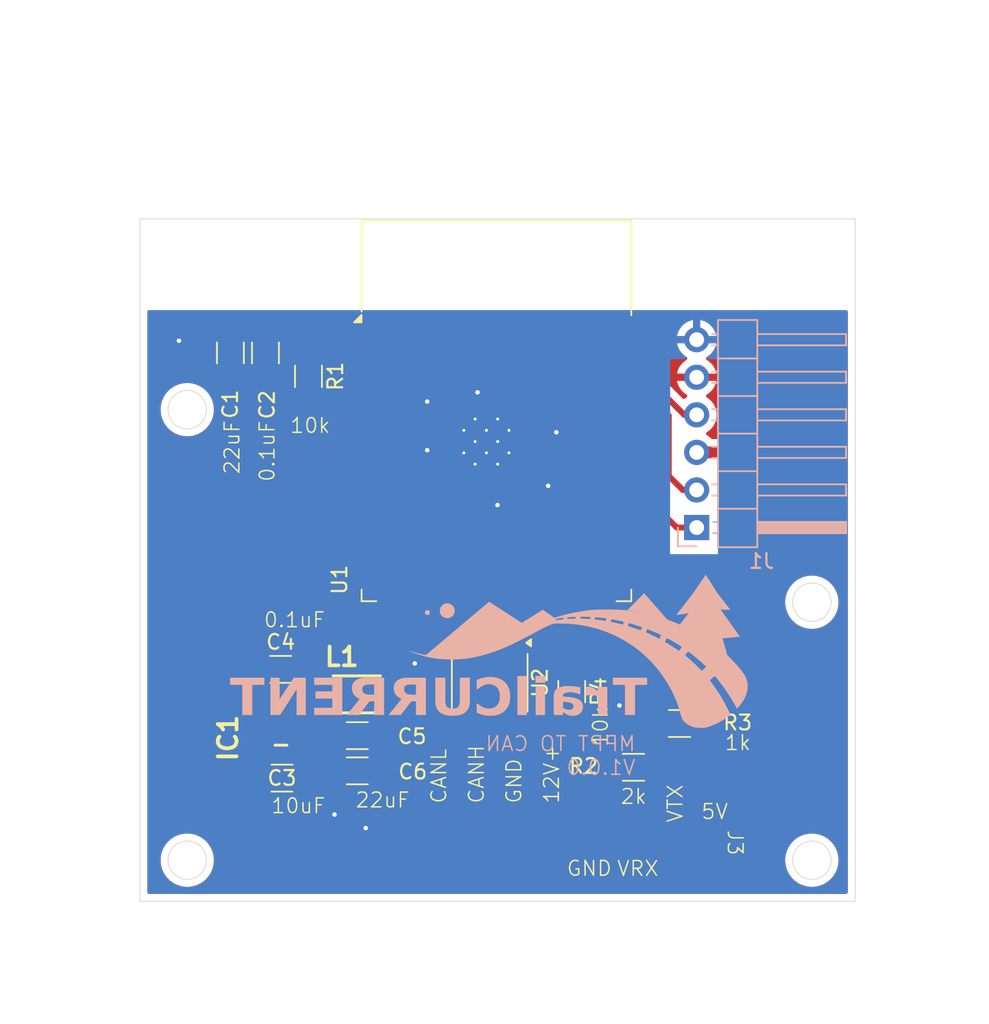
<source format=kicad_pcb>
(kicad_pcb (version 20241229) (generator "pcbnew") (generator_version "9.0")
  (layers (0 "F.Cu" signal) (2 "B.Cu" signal) (13 "F.Paste" user) (15 "B.Paste" user) (5 "F.SilkS" user "F.Silkscreen") (7 "B.SilkS" user "B.Silkscreen") (1 "F.Mask" user) (3 "B.Mask" user) (25 "Edge.Cuts" user))
  (net 0 "")
  (net 1 "+3.3V")
  (net 2 "GND")
  (net 3 "+12V")
  (net 4 "Net-(IC1-SW)")
  (net 5 "Net-(IC1-BST)")
  (net 6 "ESP32_TX")
  (net 7 "EN")
  (net 8 "IO0")
  (net 9 "ESP32_RX")
  (net 10 "CANL")
  (net 11 "CANH")
  (net 12 "SHUNT_DATA")
  (net 13 "SHUNT_RX")
  (net 14 "/Connectivity/SHUNT_PWR")
  (net 15 "Net-(U2-Rs)")
  (net 16 "CAN_RX")
  (net 17 "CAN_TX")
  (net 46 "Net-(R2-Pad2)")
  (footprint "Resistor_SMD:R_1206_3216Metric_Pad1.30x1.75mm_HandSolder" (layer "F.Cu") (at 151.55 108.2)
    (property "Reference" "R2")
    (property "Value" "2k")
  )
  (footprint "Capacitor_SMD:C_1206_3216Metric_Pad1.33x1.80mm_HandSolder" (layer "F.Cu") (at 132.87 106.06 180)
    (property "Reference" "C5")
    (property "Value" "22uF")
  )
  (footprint "CustomLibraries:CAN_PLUS_POWER" (layer "F.Cu") (at 151.086 115.7965 90)
    (property "Reference" "J2" (hide yes))
    (property "Value" "Conn_01x04")
  )
  (footprint "Package_SO:SOIC-8_3.9x4.9mm_P1.27mm" (layer "F.Cu") (at 141.825 102.485 -90)
    (property "Reference" "U2")
    (property "Value" "SN65HVD230")
  )
  (footprint "Resistor_SMD:R_1206_3216Metric_Pad1.30x1.75mm_HandSolder" (layer "F.Cu") (at 147.37 103.08 -90)
    (property "Reference" "R4")
    (property "Value" "10k")
  )
  (footprint "Capacitor_SMD:C_1206_3216Metric" (layer "F.Cu") (at 127.7775 108.93)
    (property "Reference" "C3")
    (property "Value" "10uF")
  )
  (footprint "Capacitor_SMD:C_1206_3216Metric" (layer "F.Cu") (at 127.6875 101.58)
    (property "Reference" "C4")
    (property "Value" "100nF")
  )
  (footprint "Connector:GenericPad_01x04" (layer "F.Cu") (at 144.19 108.17 -90)
    (property "Reference" "J3")
    (property "Value" "Conn_01x04")
  )
  (footprint "CustomLibraries:AP63203WU7" (layer "F.Cu") (at 127.7075 105.254 -90)
    (property "Reference" "IC1")
    (property "Value" "AP63203WU-7" (hide yes))
  )
  (footprint "Capacitor_SMD:C_1206_3216Metric_Pad1.33x1.80mm_HandSolder" (layer "F.Cu") (at 132.87 108.44 180)
    (property "Reference" "C6")
    (property "Value" "22uF")
  )
  (footprint "Capacitor_SMD:C_1206_3216Metric_Pad1.33x1.80mm_HandSolder" (layer "F.Cu") (at 124.29 80.1875 90)
    (property "Reference" "C1")
    (property "Value" "22uF")
  )
  (footprint "RF_Module:ESP32-WROOM-32" (layer "F.Cu") (at 142.28 87.09)
    (property "Reference" "U1")
    (property "Value" "ESP32-WROOM-32")
  )
  (footprint "Resistor_SMD:R_1206_3216Metric_Pad1.30x1.75mm_HandSolder" (layer "F.Cu") (at 129.57 81.77 -90)
    (property "Reference" "R1")
    (property "Value" "10k")
  )
  (footprint "Resistor_SMD:R_1206_3216Metric_Pad1.30x1.75mm_HandSolder" (layer "F.Cu") (at 154.66 105.24)
    (property "Reference" "R3")
    (property "Value" "1k")
  )
  (footprint "Inductor_SMD:NLV32T-3R9J-EF" (layer "F.Cu") (at 132.8325 103.27)
    (property "Reference" "L1")
    (property "Value" "NLV32T-3R9J-EF (3.9uH)" (hide yes))
  )
  (footprint "Capacitor_SMD:C_1206_3216Metric_Pad1.33x1.80mm_HandSolder" (layer "F.Cu") (at 126.66 80.1875 90)
    (property "Reference" "C2")
    (property "Value" "0.1uF")
  )
  (footprint "Connector_PinHeader_2.54mm:PinHeader_1x06_P2.54mm_Horizontal" (layer "B.Cu") (at 155.82 91.99)
    (property "Reference" "J1")
    (property "Value" "Conn_01x06")
  )
  (gr_poly (pts (xy 139.80215 103.716186) (xy 139.801701 103.748537) (xy 139.800357 103.77984) (xy 139.798116 103.810097) (xy 139.794979 103.839306) (xy 139.790946 103.867468) (xy 139.786017 103.894582) (xy 139.780191 103.92065) (xy 139.773469 103.94567) (xy 139.765851 103.969643) (xy 139.757336 103.992569) (xy 139.747926 104.014448) (xy 139.737619 104.035279) (xy 139.726416 104.055064) (xy 139.714317 104.073801) (xy 139.701322 104.091491) (xy 139.68743 104.108133) (xy 139.672532 104.123748) (xy 139.656518 104.138356) (xy 139.639386 104.151957) (xy 139.621138 104.164549) (xy 139.601772 104.176135) (xy 139.58129 104.186713) (xy 139.559691 104.196283) (xy 139.536975 104.204846) (xy 139.513143 104.212402) (xy 139.488193 104.21895) (xy 139.462127 104.224491) (xy 139.434944 104.229024) (xy 139.406644 104.23255) (xy 139.377227 104.235068) (xy 139.346694 104.23658) (xy 139.315043 104.237083) (xy 139.283813 104.236599) (xy 139.253658 104.235148) (xy 139.224579 104.232729) (xy 139.196575 104.229342) (xy 139.169646 104.224988) (xy 139.143794 104.219665) (xy 139.119016 104.213376) (xy 139.095314 104.206118) (xy 139.072688 104.197893) (xy 139.051137 104.1887) (xy 139.030662 104.17854) (xy 139.011262 104.167412) (xy 138.992938 104.155316) (xy 138.975689 104.142252) (xy 138.959516 104.128221) (xy 138.944419 104.113222) (xy 138.9301 104.097156) (xy 138.916705 104.079923) (xy 138.904233 104.061524) (xy 138.892686 104.041959) (xy 138.882062 104.021227) (xy 138.872362 103.999328) (xy 138.863586 103.976263) (xy 138.855733 103.952032) (xy 138.848805 103.926634) (xy 138.8428 103.900069) (xy 138.837719 103.872338) (xy 138.833561 103.84344) (xy 138.830328 103.813376) (xy 138.828018 103.782145) (xy 138.826633 103.749748) (xy 138.826171 103.716184) (xy 138.826171 102.139919) (xy 138.144927 102.139919) (xy 138.144931 103.751818) (xy 138.146089 103.8095) (xy 138.149563 103.865472) (xy 138.155354 103.919734) (xy 138.163462 103.972287) (xy 138.173885 104.023129) (xy 138.186625 104.072262) (xy 138.201682 104.119684) (xy 138.219055 104.165397) (xy 138.238744 104.209399) (xy 138.260749 104.251692) (xy 138.285071 104.292274) (xy 138.31171 104.331147) (xy 138.340665 104.36831) (xy 138.371936 104.403762) (xy 138.405524 104.437505) (xy 138.441428 104.469538) (xy 138.479587 104.499741) (xy 138.519938 104.527995) (xy 138.562481 104.554301) (xy 138.607216 104.578658) (xy 138.654144 104.601067) (xy 138.703265 104.621527) (xy 138.754577 104.640039) (xy 138.808082 104.656602) (xy 138.863779 104.671217) (xy 138.921669 104.683883) (xy 138.98175 104.6946) (xy 139.044024 104.703369) (xy 139.108491 104.710189) (xy 139.175149 104.715061) (xy 139.244 104.717983) (xy 139.315043 104.718958) (xy 139.386086 104.717983) (xy 139.454937 104.715061) (xy 139.521595 104.710189) (xy 139.586062 104.703369) (xy 139.648335 104.6946) (xy 139.708417 104.683883) (xy 139.766306 104.671217) (xy 139.822003 104.656602) (xy 139.875507 104.640039) (xy 139.926819 104.621527) (xy 139.975939 104.601067) (xy 140.022867 104.578658) (xy 140.067602 104.554301) (xy 140.110145 104.527995) (xy 140.150496 104.499741) (xy 140.188655 104.469538) (xy 140.224345 104.437512) (xy 140.257734 104.403789) (xy 140.288819 104.368369) (xy 140.317602 104.331253) (xy 140.344082 104.29244) (xy 140.368259 104.251931) (xy 140.390134 104.209724) (xy 140.409706 104.165821) (xy 140.426976 104.120222) (xy 140.441943 104.072925) (xy 140.454607 104.023932) (xy 140.464969 103.973242) (xy 140.473028 103.920855) (xy 140.478784 103.866772) (xy 140.482238 103.810992) (xy 140.48339 103.753515) (xy 140.48339 102.139919) (xy 139.80215 102.139919)) (stroke (width -0.000001)) (fill yes) (layer "B.SilkS"))
  (gr_poly (pts (xy 124.271239 102.62858) (xy 125.091906 102.62858) (xy 125.091906 104.666359) (xy 125.769618 104.666359) (xy 125.769618 102.62858) (xy 126.590285 102.62858) (xy 126.590285 102.139919) (xy 124.271239 102.139919)) (stroke (width -0.000001)) (fill yes) (layer "B.SilkS"))
  (gr_poly (pts (xy 136.317535 102.140317) (xy 136.262355 102.14151) (xy 136.209216 102.143498) (xy 136.158118 102.146282) (xy 136.10906 102.149861) (xy 136.062043 102.154236) (xy 136.017067 102.159406) (xy 135.974131 102.165371) (xy 135.953256 102.168784) (xy 135.932546 102.172662) (xy 135.912001 102.177003) (xy 135.891622 102.181808) (xy 135.871408 102.187077) (xy 135.85136 102.19281) (xy 135.831477 102.199007) (xy 135.81176 102.205668) (xy 135.792209 102.212793) (xy 135.772823 102.220382) (xy 135.753602 102.228435) (xy 135.734547 102.236951) (xy 135.715658 102.245932) (xy 135.696934 102.255377) (xy 135.678376 102.265285) (xy 135.659983 102.275658) (xy 135.641693 102.286461) (xy 135.623886 102.297662) (xy 135.606561 102.309261) (xy 135.589718 102.321258) (xy 135.573358 102.333652) (xy 135.557481 102.346444) (xy 135.542087 102.359633) (xy 135.527175 102.37322) (xy 135.512745 102.387205) (xy 135.498799 102.401588) (xy 135.485335 102.416368) (xy 135.472353 102.431546) (xy 135.459854 102.447122) (xy 135.447838 102.463095) (xy 135.436305 102.479466) (xy 135.425254 102.496235) (xy 135.414568 102.513262) (xy 135.404571 102.530832) (xy 135.395264 102.548946) (xy 135.386646 102.567604) (xy 135.378718 102.586805) (xy 135.371479 102.606549) (xy 135.36493 102.626837) (xy 135.35907 102.647668) (xy 135.353899 102.669043) (xy 135.349418 102.690962) (xy 135.345626 102.713424) (xy 135.342524 102.736429) (xy 135.340111 102.759978) (xy 135.338387 102.78407) (xy 135.337353 102.808706) (xy 135.337008 102.833885) (xy 135.337539 102.868476) (xy 135.339132 102.902258) (xy 135.341786 102.935231) (xy 135.345502 102.967396) (xy 135.35028 102.998753) (xy 135.356119 103.029301) (xy 135.36302 103.05904) (xy 135.370983 103.087971) (xy 135.380007 103.116093) (xy 135.390094 103.143406) (xy 135.401242 103.169911) (xy 135.413451 103.195607) (xy 135.426723 103.220495) (xy 135.441056 103.244574) (xy 135.45645 103.267844) (xy 135.472907 103.290306) (xy 135.490128 103.312132) (xy 135.508259 103.333493) (xy 135.527301 103.354391) (xy 135.547252 103.374825) (xy 135.568113 103.394795) (xy 135.589885 103.4143) (xy 135.612566 103.433342) (xy 135.636157 103.45192) (xy 135.660659 103.470034) (xy 135.68607 103.487684) (xy 135.712392 103.50487) (xy 135.739623 103.521592) (xy 135.767765 103.53785) (xy 135.796816 103.553644) (xy 135.826778 103.568975) (xy 135.85765 103.583841) (xy 134.980506 104.666359) (xy 135.80823 104.666359) (xy 136.524772 103.73994) (xy 136.837153 103.73994) (xy 136.837153 104.666359) (xy 137.511336 104.666359) (xy 137.511336 103.285215) (xy 136.837153 103.285215) (xy 136.628901 103.285215) (xy 136.589136 103.284977) (xy 136.551026 103.284261) (xy 136.51457 103.283068) (xy 136.479768 103.281397) (xy 136.446621 103.27925) (xy 136.415129 103.276625) (xy 136.385291 103.273523) (xy 136.357108 103.269943) (xy 136.343569 103.267882) (xy 136.330305 103.265516) (xy 136.317317 103.262845) (xy 136.304605 103.259869) (xy 136.292168 103.256589) (xy 136.280007 103.253003) (xy 136.268122 103.249113) (xy 136.256512 103.244918) (xy 136.245178 103.240417) (xy 136.23412 103.235612) (xy 136.223337 103.230502) (xy 136.21283 103.225087) (xy 136.202599 103.219367) (xy 136.192644 103.213343) (xy 136.182964 103.207013) (xy 136.17356 103.200378) (xy 136.164888 103.193764) (xy 136.156518 103.187069) (xy 136.148453 103.180295) (xy 136.14069 103.173442) (xy 136.133231 103.166509) (xy 136.126076 103.159497) (xy 136.119223 103.152405) (xy 136.112674 103.145234) (xy 136.106428 103.137983) (xy 136.100486 103.130652) (xy 136.094847 103.123243) (xy 136.089511 103.115753) (xy 136.084478 103.108184) (xy 136.079749 103.100536) (xy 136.075323 103.092808) (xy 136.0712 103.085001) (xy 136.06714 103.076776) (xy 136.063341 103.068219) (xy 136.059805 103.059331) (xy 136.05653 103.050112) (xy 136.053518 103.040561) (xy 136.050767 103.030679) (xy 136.048278 103.020465) (xy 136.046052 103.00992) (xy 136.044087 102.999044) (xy 136.042384 102.987836) (xy 136.040944 102.976297) (xy 136.039765 102.964426) (xy 136.038848 102.952224) (xy 136.038193 102.939691) (xy 136.0378 102.926826) (xy 136.037669 102.913629) (xy 136.037828 102.901859) (xy 136.038303 102.8903) (xy 136.039096 102.878953) (xy 136.040206 102.867818) (xy 136.041633 102.856896) (xy 136.043377 102.846185) (xy 136.045439 102.835687) (xy 136.047817 102.8254) (xy 136.050513 102.815326) (xy 136.053525 102.805464) (xy 136.056855 102.795813) (xy 136.060502 102.786375) (xy 136.064466 102.777149) (xy 136.068747 102.768135) (xy 136.073346 102.759333) (xy 136.078261 102.750744) (xy 136.083563 102.742373) (xy 136.089319 102.734227) (xy 136.095531 102.726307) (xy 136.102197 102.718612) (xy 136.109319 102.711142) (xy 136.116895 102.703898) (xy 136.124927 102.696879) (xy 136.133413 102.690086) (xy 136.142355 102.683517) (xy 136.151751 102.677174) (xy 136.161602 102.671057) (xy 136.171909 102.665164) (xy 136.18267 102.659497) (xy 136.193887 102.654056) (xy 136.205558 102.648839) (xy 136.217685 102.643848) (xy 136.226378 102.640541) (xy 136.235251 102.637406) (xy 136.244303 102.634443) (xy 136.253534 102.631653) (xy 136.262944 102.629035) (xy 136.272534 102.626589) (xy 136.282303 102.624316) (xy 136.292251 102.622215) (xy 136.302378 102.620286) (xy 136.312685 102.61853) (xy 136.333835 102.615534) (xy 136.355703 102.613227) (xy 136.378287 102.61161) (xy 136.4017 102.61002) (xy 136.42605 102.608641) (xy 136.477562 102.606521) (xy 136.532825 102.605248) (xy 136.591838 102.604824) (xy 136.837153 102.604824) (xy 136.837153 103.285215) (xy 137.511336 103.285215) (xy 137.511336 102.139919) (xy 136.374755 102.139919)) (stroke (width -0.000001)) (fill yes) (layer "B.SilkS"))
  (gr_poly (pts (xy 150.151385 102.628578) (xy 150.972054 102.628578) (xy 150.972054 104.666357) (xy 151.649767 104.666357) (xy 151.649767 102.628578) (xy 152.470434 102.628578) (xy 152.470434 102.139919) (xy 150.151385 102.139919)) (stroke (width -0.000001)) (fill yes) (layer "B.SilkS"))
  (gr_poly (pts (xy 144.932647 104.666357) (xy 145.568002 104.666357) (xy 145.568002 102.760923) (xy 144.932647 102.760923)) (stroke (width -0.000001)) (fill yes) (layer "B.SilkS"))
  (gr_poly (pts (xy 151.12929 97.588515) (xy 151.305037 97.61022) (xy 151.45856 97.630853) (xy 151.532438 97.641719) (xy 151.597042 97.65223) (xy 151.705683 97.671928) (xy 151.814084 97.692919) (xy 152.030269 97.738115) (xy 152.2458 97.7865) (xy 152.460879 97.836757) (xy 152.656354 97.883636) (xy 152.851391 97.932368) (xy 153.045748 97.983671) (xy 153.239184 98.038261) (xy 153.424177 98.095766) (xy 153.627603 98.16268) (xy 153.859438 98.241255) (xy 152.268616 96.428098)) (stroke (width -0.000001)) (fill yes) (layer "B.SilkS"))
  (gr_poly (pts (xy 149.418441 97.532195) (xy 149.095743 97.540068) (xy 148.815908 97.553247) (xy 148.599517 97.571738) (xy 148.287722 97.612391) (xy 147.979727 97.65979) (xy 147.675474 97.713954) (xy 147.374904 97.774902) (xy 147.077958 97.842652) (xy 146.784576 97.917224) (xy 146.4947 97.998638) (xy 146.20827 98.086911) (xy 145.925228 98.182062) (xy 145.645514 98.284112) (xy 145.36907 98.393079) (xy 145.095837 98.508982) (xy 144.825755 98.631839) (xy 144.558765 98.761671) (xy 144.294809 98.898495) (xy 144.033828 99.042332) (xy 143.728742 99.212061) (xy 143.427615 99.372539) (xy 143.130362 99.523799) (xy 142.836896 99.665871) (xy 142.54713 99.798787) (xy 142.260978 99.922579) (xy 141.978354 100.037277) (xy 141.699171 100.142915) (xy 141.423343 100.239522) (xy 141.150783 100.32713) (xy 140.881406 100.405772) (xy 140.615124 100.475478) (xy 140.351851 100.53628) (xy 140.091501 100.58821) (xy 139.833988 100.631298) (xy 139.579224 100.665577) (xy 139.382275 100.68614) (xy 139.185547 100.70138) (xy 138.989224 100.711313) (xy 138.793489 100.715959) (xy 138.598525 100.715336) (xy 138.404516 100.709461) (xy 138.211646 100.698353) (xy 138.020096 100.68203) (xy 137.830052 100.66051) (xy 137.641696 100.633812) (xy 137.455212 100.601954) (xy 137.270782 100.564953) (xy 137.088591 100.522829) (xy 136.908821 100.475598) (xy 136.731657 100.42328) (xy 136.55728 100.365892) (xy 136.517785 100.352424) (xy 136.480629 100.340171) (xy 136.446647 100.329378) (xy 136.416674 100.320292) (xy 136.391546 100.313158) (xy 136.372099 100.308222) (xy 136.359167 100.30573) (xy 136.355406 100.305478) (xy 136.353587 100.305929) (xy 136.353555 100.307157) (xy 136.355212 100.309021) (xy 136.363305 100.314531) (xy 136.377294 100.322216) (xy 136.396603 100.331833) (xy 136.448887 100.355892) (xy 136.515562 100.384762) (xy 136.592035 100.416497) (xy 136.673712 100.449154) (xy 136.755998 100.480787) (xy 136.8343 100.509451) (xy 137.128121 100.607693) (xy 137.271846 100.651035) (xy 137.414147 100.690641) (xy 137.555547 100.7266) (xy 137.696573 100.758999) (xy 137.837747 100.787927) (xy 137.979594 100.81347) (xy 138.122639 100.835718) (xy 138.267405 100.854758) (xy 138.414418 100.870679) (xy 138.564202 100.883567) (xy 138.71728 100.893511) (xy 138.874178 100.9006) (xy 139.201529 100.906561) (xy 139.493062 100.903383) (xy 139.769258 100.892318) (xy 140.034228 100.872835) (xy 140.292081 100.8444) (xy 140.546927 100.806483) (xy 140.802878 100.758552) (xy 141.064041 100.700075) (xy 141.334529 100.63052) (xy 141.744818 100.512422) (xy 141.942205 100.450171) (xy 142.137134 100.384596) (xy 142.33164 100.314805) (xy 142.527759 100.239909) (xy 142.727525 100.159014) (xy 142.932973 100.071229) (xy 143.14614 99.975664) (xy 143.36906 99.871427) (xy 143.8523 99.63337) (xy 144.398975 99.349928) (xy 145.025367 99.013969) (xy 145.25528 98.890404) (xy 145.454148 98.786336) (xy 145.625025 98.700374) (xy 145.770963 98.631124) (xy 145.895015 98.577193) (xy 146.000232 98.537189) (xy 146.089668 98.50972) (xy 146.129422 98.50025) (xy 146.166375 98.493391) (xy 146.206638 98.488742) (xy 146.261589 98.484999) (xy 146.329644 98.482188) (xy 146.409218 98.480335) (xy 146.498727 98.479466) (xy 146.596585 98.479605) (xy 146.701208 98.480778) (xy 146.811011 98.483011) (xy 147.051518 98.49196) (xy 147.2894 98.506841) (xy 147.524766 98.527683) (xy 147.757728 98.554511) (xy 147.988394 98.587353) (xy 148.216875 98.626234) (xy 148.443281 98.671183) (xy 148.667722 98.722224) (xy 148.890309 98.779385) (xy 149.111151 98.842693) (xy 149.330358 98.912174) (xy 149.548042 98.987855) (xy 149.764311 99.069763) (xy 149.979275 99.157924) (xy 150.193046 99.252364) (xy 150.405733 99.353111) (xy 150.670348 99.4886) (xy 150.928927 99.632898) (xy 151.181334 99.785881) (xy 151.427436 99.947426) (xy 151.667097 100.11741) (xy 151.900183 100.295708) (xy 152.126559 100.482196) (xy 152.346091 100.676752) (xy 152.558644 100.87925) (xy 152.764083 101.089569) (xy 152.962275 101.307583) (xy 153.153083 101.533169) (xy 153.336374 101.766204) (xy 153.512012 102.006563) (xy 153.679864 102.254123) (xy 153.839795 102.50876) (xy 153.970688 102.733426) (xy 154.094666 102.962248) (xy 154.210872 103.193311) (xy 154.318454 103.424699) (xy 154.416556 103.654497) (xy 154.504325 103.88079) (xy 154.580905 104.101661) (xy 154.645444 104.315195) (xy 154.73731 104.640733) (xy 154.769633 104.747468) (xy 154.796638 104.827023) (xy 154.809026 104.858992) (xy 154.821141 104.887028) (xy 154.833334 104.912084) (xy 154.845959 104.935115) (xy 154.873909 104.978916) (xy 154.907807 105.026062) (xy 154.937718 105.065005) (xy 154.968924 105.102306) (xy 155.001487 105.138003) (xy 155.035465 105.172138) (xy 155.070922 105.204752) (xy 155.107916 105.235886) (xy 155.146509 105.26558) (xy 155.186761 105.293875) (xy 155.228733 105.320812) (xy 155.272487 105.346431) (xy 155.318081 105.370774) (xy 155.365578 105.393881) (xy 155.415038 105.415793) (xy 155.466522 105.43655) (xy 155.52009 105.456194) (xy 155.575803 105.474766) (xy 155.612171 105.484961) (xy 155.654094 105.494336) (xy 155.700825 105.502852) (xy 155.751619 105.510469) (xy 155.80573 105.517149) (xy 155.86241 105.522854) (xy 155.980498 105.531184) (xy 156.099913 105.535148) (xy 156.214688 105.534438) (xy 156.26847 105.532234) (xy 156.318853 105.528746) (xy 156.365092 105.523934) (xy 156.40644 105.517761) (xy 156.406439 105.517757) (xy 156.406439 105.517752) (xy 156.406439 105.517742) (xy 156.406438 105.517731) (xy 156.406438 105.517726) (xy 156.406438 105.517721) (xy 156.464669 105.505922) (xy 156.527612 105.490478) (xy 156.594628 105.471656) (xy 156.665077 105.449724) (xy 156.738322 105.424949) (xy 156.813724 105.397597) (xy 156.968445 105.336233) (xy 157.124131 105.267768) (xy 157.275675 105.194339) (xy 157.348297 105.156431) (xy 157.417968 105.118083) (xy 157.484049 105.079562) (xy 157.545901 105.041136) (xy 157.635232 104.982158) (xy 157.728521 104.917946) (xy 157.820879 104.852165) (xy 157.907413 104.788479) (xy 157.983232 104.730551) (xy 158.043444 104.682045) (xy 158.083158 104.646626) (xy 158.0938 104.634969) (xy 158.097483 104.627958) (xy 158.094087 104.615775) (xy 158.084319 104.591745) (xy 158.048182 104.513115) (xy 157.994108 104.402006) (xy 157.92713 104.268355) (xy 157.852285 104.122099) (xy 157.774607 103.973175) (xy 157.699131 103.83152) (xy 157.630892 103.707071) (xy 157.558326 103.580486) (xy 157.4782 103.446468) (xy 157.391838 103.30706) (xy 157.300565 103.1643) (xy 157.205703 103.020231) (xy 157.108579 102.876893) (xy 157.010516 102.736327) (xy 156.912838 102.600572) (xy 156.837962 102.496874) (xy 156.776646 102.409408) (xy 156.75305 102.37464) (xy 156.735216 102.347382) (xy 156.723936 102.328785) (xy 156.721001 102.323094) (xy 156.72 102.32) (xy 156.720167 102.318991) (xy 156.720663 102.317719) (xy 156.721479 102.316192) (xy 156.722607 102.314416) (xy 156.725768 102.310153) (xy 156.73008 102.304995) (xy 156.735478 102.299004) (xy 156.741895 102.292243) (xy 156.749266 102.284777) (xy 156.757527 102.276669) (xy 156.766611 102.267981) (xy 156.776452 102.258779) (xy 156.786986 102.249124) (xy 156.798147 102.23908) (xy 156.80987 102.228712) (xy 156.822088 102.218081) (xy 156.834737 102.207253) (xy 156.84775 102.196289) (xy 157.011378 102.059561) (xy 157.014314 102.057226) (xy 157.017222 102.055172) (xy 157.020125 102.053418) (xy 157.023045 102.051981) (xy 157.026004 102.05088) (xy 157.029024 102.050132) (xy 157.032128 102.049756) (xy 157.035338 102.049768) (xy 157.038676 102.050189) (xy 157.042165 102.051034) (xy 157.045826 102.052323) (xy 157.049682 102.054073) (xy 157.053755 102.056302) (xy 157.058068 102.059028) (xy 157.062642 102.06227) (xy 157.0675 102.066044) (xy 157.072665 102.07037) (xy 157.078157 102.075265) (xy 157.084001 102.080747) (xy 157.090217 102.086834) (xy 157.096828 102.093544) (xy 157.103856 102.100895) (xy 157.111324 102.108904) (xy 157.119254 102.117591) (xy 157.136589 102.137068) (xy 157.156037 102.159468) (xy 157.177778 102.184935) (xy 157.201989 102.213613) (xy 157.343357 102.387331) (xy 157.490279 102.578411) (xy 157.640376 102.783386) (xy 157.79127 102.99879) (xy 157.940583 103.221154) (xy 158.085939 103.447011) (xy 158.224958 103.672895) (xy 158.355263 103.895336) (xy 158.550432 104.237728) (xy 158.636089 104.139726) (xy 158.711442 104.051358) (xy 158.781578 103.964588) (xy 158.84659 103.879223) (xy 158.906569 103.795067) (xy 158.961608 103.711925) (xy 159.011799 103.629604) (xy 159.057236 103.547908) (xy 159.098009 103.466642) (xy 159.134211 103.385613) (xy 159.165935 103.304624) (xy 159.193273 103.223482) (xy 159.216318 103.141992) (xy 159.235161 103.059959) (xy 159.249896 102.977188) (xy 159.260614 102.893485) (xy 159.267407 102.808655) (xy 159.270382 102.700193) (xy 159.26634 102.594735) (xy 159.261495 102.542806) (xy 159.254663 102.491237) (xy 159.245768 102.439897) (xy 159.234732 102.388656) (xy 159.221477 102.337383) (xy 159.205927 102.285949) (xy 159.188004 102.234223) (xy 159.16763 102.182074) (xy 159.144729 102.129372) (xy 159.119222 102.075986) (xy 159.060084 101.966643) (xy 158.989596 101.853003) (xy 158.907139 101.734021) (xy 158.812096 101.608655) (xy 158.703846 101.475861) (xy 158.630617 101.391121) (xy 156.458871 101.391121) (xy 156.317914 101.533342) (xy 156.218077 101.633786) (xy 156.175983 101.675564) (xy 156.152831 101.653212) (xy 156.090516 101.592353) (xy 155.886399 101.392292) (xy 155.82287 101.330682) (xy 155.75287 101.264109) (xy 155.602653 101.124501) (xy 155.454144 100.990327) (xy 155.386279 100.930548) (xy 155.32574 100.87845) (xy 155.220108 100.787711) (xy 155.133605 100.711096) (xy 155.100316 100.680606) (xy 155.075157 100.656674) (xy 155.059243 100.640307) (xy 155.055102 100.635276) (xy 155.053691 100.632515) (xy 155.055431 100.627795) (xy 155.060383 100.618871) (xy 155.078299 100.590687) (xy 155.1042 100.55251) (xy 155.134844 100.508888) (xy 155.166994 100.46437) (xy 155.197408 100.423501) (xy 155.222846 100.390831) (xy 155.232687 100.378991) (xy 155.240069 100.370907) (xy 155.243981 100.370841) (xy 155.251857 100.374248) (xy 155.278679 100.390805) (xy 155.31888 100.419216) (xy 155.370806 100.458119) (xy 155.503213 100.561959) (xy 155.662663 100.691437) (xy 155.83592 100.835662) (xy 156.009747 100.983746) (xy 156.170907 101.124799) (xy 156.306164 101.247932) (xy 156.458871 101.391121) (xy 158.630617 101.391121) (xy 158.581771 101.334597) (xy 158.445251 101.18382) (xy 158.293668 101.022486) (xy 158.126403 100.849552) (xy 157.893067 100.611921) (xy 157.813095 100.532) (xy 157.748178 100.469167) (xy 157.691258 100.416794) (xy 157.635278 100.368252) (xy 157.573182 100.316909) (xy 157.497911 100.256138) (xy 157.311174 100.105295) (xy 157.252987 100.060123) (xy 154.809298 100.060123) (xy 154.808831 100.062993) (xy 154.807468 100.067012) (xy 154.802277 100.07817) (xy 154.794176 100.092949) (xy 154.783615 100.1107) (xy 154.756919 100.152525) (xy 154.725794 100.198455) (xy 154.693845 100.243302) (xy 154.664678 100.281877) (xy 154.652265 100.297191) (xy 154.641898 100.308992) (xy 154.63403 100.316629) (xy 154.631173 100.318685) (xy 154.62911 100.319456) (xy 154.626243 100.318562) (xy 154.620542 100.315755) (xy 154.601249 100.304793) (xy 154.572462 100.287348) (xy 154.535412 100.264199) (xy 154.491327 100.236123) (xy 154.44144 100.203898) (xy 154.386979 100.168302) (xy 154.329175 100.130113) (xy 154.204312 100.048187) (xy 154.076041 99.965711) (xy 153.959441 99.892288) (xy 153.869592 99.837517) (xy 153.83457 99.816574) (xy 153.801456 99.796321) (xy 153.771005 99.777252) (xy 153.743974 99.759861) (xy 153.72112 99.744643) (xy 153.703198 99.732092) (xy 153.690966 99.722702) (xy 153.687219 99.719347) (xy 153.685179 99.716968) (xy 153.684388 99.714653) (xy 153.684246 99.711397) (xy 153.68472 99.707261) (xy 153.685775 99.702309) (xy 153.68949 99.690204) (xy 153.695118 99.675582) (xy 153.702385 99.658941) (xy 153.711017 99.640782) (xy 153.72074 99.621603) (xy 153.731281 99.601904) (xy 153.742364 99.582185) (xy 153.753717 99.562944) (xy 153.765065 99.544681) (xy 153.776135 99.527896) (xy 153.786652 99.513087) (xy 153.796342 99.500755) (xy 153.804932 99.491398) (xy 153.808729 99.487991) (xy 153.812148 99.485515) (xy 153.814559 99.484559) (xy 153.817793 99.484195) (xy 153.821889 99.484446) (xy 153.826891 99.485334) (xy 153.83284 99.486883) (xy 153.839777 99.489114) (xy 153.856784 99.495717) (xy 153.878246 99.505323) (xy 153.904497 99.518113) (xy 153.93587 99.534269) (xy 153.972699 99.553973) (xy 154.015319 99.577404) (xy 154.064062 99.604746) (xy 154.181254 99.671881) (xy 154.326946 99.756829) (xy 154.503808 99.861038) (xy 154.565175 99.897701) (xy 154.622424 99.932633) (xy 154.674304 99.965016) (xy 154.719561 99.994034) (xy 154.756941 100.01887) (xy 154.785193 100.038708) (xy 154.803063 100.052732) (xy 154.807713 100.057307) (xy 154.809298 100.060123) (xy 157.252987 100.060123) (xy 157.124974 99.960743) (xy 156.938141 99.821664) (xy 156.749504 99.687243) (xy 156.557892 99.556663) (xy 156.362135 99.429109) (xy 156.161061 99.303765) (xy 156.097761 99.265964) (xy 153.409598 99.265964) (xy 153.409315 99.267507) (xy 153.408484 99.270262) (xy 153.40529 99.279142) (xy 153.400241 99.292062) (xy 153.39356 99.308479) (xy 153.385472 99.32785) (xy 153.3762 99.349633) (xy 153.365968 99.373286) (xy 153.355 99.398266) (xy 153.300402 99.521721) (xy 153.116163 99.422426) (xy 153.073938 99.400144) (xy 153.024465 99.374842) (xy 152.91099 99.318686) (xy 152.790166 99.260969) (xy 152.676422 99.208704) (xy 152.575839 99.16297) (xy 152.49085 99.123036) (xy 152.430411 99.093198) (xy 152.412196 99.083408) (xy 152.403477 99.077753) (xy 152.402641 99.07677) (xy 152.401931 99.075532) (xy 152.401344 99.074045) (xy 152.40088 99.072318) (xy 152.400536 99.070359) (xy 152.400311 99.068174) (xy 152.400209 99.06316) (xy 152.400562 99.057338) (xy 152.401355 99.05077) (xy 152.402575 99.043517) (xy 152.404206 99.035641) (xy 152.406237 99.027204) (xy 152.408653 99.018267) (xy 152.411439 99.008892) (xy 152.414583 98.99914) (xy 152.418071 98.989074) (xy 152.421888 98.978753) (xy 152.42602 98.968242) (xy 152.430455 98.9576) (xy 152.474876 98.853968) (xy 152.581203 98.8964) (xy 152.85234 99.008471) (xy 153.121356 99.125522) (xy 153.327395 99.220403) (xy 153.387779 99.251045) (xy 153.403985 99.260682) (xy 153.409598 99.265964) (xy 156.097761 99.265964) (xy 155.9535 99.179815) (xy 155.854578 99.122334) (xy 155.765938 99.071422) (xy 155.697328 99.03249) (xy 155.658496 99.010948) (xy 155.441576 98.894586) (xy 155.372843 98.859093) (xy 155.283076 98.815079) (xy 155.108471 98.730373) (xy 152.112835 98.730373) (xy 152.112716 98.733981) (xy 152.112149 98.738497) (xy 152.111153 98.743864) (xy 152.109744 98.750021) (xy 152.107942 98.756909) (xy 152.105762 98.764469) (xy 152.103225 98.77264) (xy 152.100346 98.781365) (xy 152.097144 98.790583) (xy 152.093638 98.800235) (xy 152.089844 98.810262) (xy 152.08578 98.820604) (xy 152.081465 98.831201) (xy 152.076916 98.841995) (xy 152.07031 98.857152) (xy 152.064126 98.870771) (xy 152.058314 98.882907) (xy 152.05282 98.893614) (xy 152.047595 98.902947) (xy 152.042586 98.910959) (xy 152.037742 98.917706) (xy 152.03301 98.923241) (xy 152.02834 98.927619) (xy 152.026013 98.929391) (xy 152.023681 98.930895) (xy 152.021338 98.932136) (xy 152.018979 98.933122) (xy 152.016597 98.93386) (xy 152.014184 98.934356) (xy 152.011736 98.934617) (xy 152.009245 98.93465) (xy 152.006705 98.934461) (xy 152.004109 98.934059) (xy 151.998725 98.932637) (xy 151.993042 98.930439) (xy 151.977335 98.924318) (xy 151.947342 98.91337) (xy 151.85151 98.879448) (xy 151.719571 98.833586) (xy 151.565553 98.780697) (xy 151.28966 98.685981) (xy 151.172327 98.644691) (xy 151.172132 98.644401) (xy 151.172001 98.643868) (xy 151.17193 98.642103) (xy 151.172103 98.639446) (xy 151.17251 98.635948) (xy 151.17314 98.631658) (xy 151.173985 98.626628) (xy 151.176275 98.614545) (xy 151.1793 98.600102) (xy 151.182978 98.5837) (xy 151.18723 98.565741) (xy 151.191974 98.546629) (xy 151.195951 98.531244) (xy 151.19966 98.517648) (xy 151.203195 98.505752) (xy 151.206644 98.495466) (xy 151.210101 98.486698) (xy 151.213654 98.479359) (xy 151.215496 98.476197) (xy 151.217397 98.473358) (xy 151.219367 98.470831) (xy 151.221419 98.468605) (xy 151.223564 98.466668) (xy 151.225812 98.46501) (xy 151.228176 98.463618) (xy 151.230667 98.462482) (xy 151.233296 98.46159) (xy 151.236075 98.460931) (xy 151.239014 98.460494) (xy 151.242126 98.460267) (xy 151.248912 98.4604) (xy 151.256525 98.461238) (xy 151.265054 98.462692) (xy 151.274591 98.464672) (xy 151.335535 98.481009) (xy 151.441121 98.512061) (xy 151.721903 98.598219) (xy 151.988296 98.682966) (xy 152.075896 98.712255) (xy 152.111659 98.726124) (xy 152.112135 98.726797) (xy 152.112489 98.727734) (xy 152.112721 98.728929) (xy 152.112835 98.730373) (xy 155.108471 98.730373) (xy 155.060202 98.706957) (xy 154.970583 98.665029) (xy 154.884837 98.626499) (xy 154.794959 98.587851) (xy 154.692945 98.545566) (xy 154.420494 98.43602) (xy 154.292723 98.387197) (xy 150.879341 98.387197) (xy 150.87866 98.401793) (xy 150.876874 98.417793) (xy 150.874101 98.434686) (xy 150.870459 98.451965) (xy 150.866068 98.469118) (xy 150.861046 98.485637) (xy 150.855513 98.501013) (xy 150.849587 98.514735) (xy 150.843386 98.526295) (xy 150.840221 98.531104) (xy 150.837031 98.535182) (xy 150.833832 98.538465) (xy 150.830639 98.540888) (xy 150.827467 98.542389) (xy 150.82433 98.542904) (xy 150.813704 98.541347) (xy 150.791435 98.536885) (xy 150.717454 98.520497) (xy 150.613355 98.496244) (xy 150.490104 98.466627) (xy 150.361999 98.435948) (xy 150.244686 98.408802) (xy 150.15115 98.388134) (xy 150.094374 98.376888) (xy 150.080426 98.374562) (xy 150.068173 98.372345) (xy 150.057527 98.370129) (xy 150.0484 98.367805) (xy 150.044378 98.366569) (xy 150.040703 98.365265) (xy 150.037363 98.36388) (xy 150.034347 98.362401) (xy 150.031645 98.360814) (xy 150.029245 98.359104) (xy 150.027136 98.35726) (xy 150.025307 98.355267) (xy 150.023747 98.353111) (xy 150.022445 98.35078) (xy 150.02139 98.348259) (xy 150.02057 98.345535) (xy 150.019976 98.342595) (xy 150.019595 98.339424) (xy 150.019417 98.33601) (xy 150.01943 98.332339) (xy 150.019987 98.324171) (xy 150.021178 98.314812) (xy 150.022913 98.304154) (xy 150.025105 98.292087) (xy 150.028062 98.277439) (xy 150.031366 98.263156) (xy 150.034904 98.249595) (xy 150.038567 98.237114) (xy 150.042242 98.226069) (xy 150.045818 98.216816) (xy 150.047535 98.212974) (xy 150.049185 98.209713) (xy 150.050754 98.207079) (xy 150.05223 98.205116) (xy 150.062269 98.204346) (xy 150.086879 98.20656) (xy 150.172007 98.218531) (xy 150.292003 98.238201) (xy 150.431256 98.262741) (xy 150.574156 98.289323) (xy 150.705091 98.315118) (xy 150.808451 98.337298) (xy 150.868625 98.353035) (xy 150.871297 98.354517) (xy 150.873557 98.356923) (xy 150.875423 98.360189) (xy 150.876908 98.364252) (xy 150.878028 98.369048) (xy 150.878796 98.374513) (xy 150.879341 98.387197) (xy 154.292723 98.387197) (xy 153.985965 98.269981) (xy 153.690521 98.167642) (xy 149.708235 98.167642) (xy 149.708123 98.171909) (xy 149.70786 98.176414) (xy 149.707448 98.181155) (xy 149.706886 98.186137) (xy 149.706174 98.191358) (xy 149.705313 98.196822) (xy 149.704301 98.202529) (xy 149.701827 98.214677) (xy 149.698753 98.227816) (xy 149.695078 98.241954) (xy 149.690801 98.257104) (xy 149.685921 98.273275) (xy 149.685282 98.275131) (xy 149.684543 98.276904) (xy 149.683704 98.278592) (xy 149.682765 98.280196) (xy 149.681726 98.281717) (xy 149.680587 98.283154) (xy 149.679348 98.284507) (xy 149.678009 98.285776) (xy 149.676569 98.286961) (xy 149.67503 98.288063) (xy 149.67339 98.28908) (xy 149.671649 98.290014) (xy 149.669809 98.290864) (xy 149.667867 98.291631) (xy 149.665826 98.292313) (xy 149.663683 98.292912) (xy 149.661441 98.293428) (xy 149.659097 98.293859) (xy 149.656653 98.294207) (xy 149.654108 98.294471) (xy 149.651462 98.294652) (xy 149.648715 98.294749) (xy 149.645868 98.294762) (xy 149.642919 98.294692) (xy 149.639869 98.294538) (xy 149.636719 98.2943) (xy 149.633467 98.293979) (xy 149.630114 98.293574) (xy 149.62666 98.293086) (xy 149.623104 98.292514) (xy 149.619447 98.291859) (xy 149.615689 98.29112) (xy 149.597038 98.287827) (xy 149.567203 98.283224) (xy 149.480147 98.270932) (xy 149.366858 98.255927) (xy 149.239676 98.239891) (xy 148.924483 98.201124) (xy 148.937377 98.133175) (xy 148.940066 98.119399) (xy 148.942768 98.106301) (xy 148.945409 98.094186) (xy 148.947916 98.083358) (xy 148.950217 98.074122) (xy 148.952238 98.066781) (xy 148.953907 98.06164) (xy 148.954587 98.05999) (xy 148.955151 98.059004) (xy 148.964097 98.058348) (xy 148.987234 98.059285) (xy 149.068159 98.06516) (xy 149.313148 98.08749) (xy 149.563352 98.113596) (xy 149.650794 98.12419) (xy 149.692002 98.131079) (xy 149.694128 98.131962) (xy 149.696105 98.133062) (xy 149.697933 98.13438) (xy 149.699612 98.135916) (xy 149.701142 98.137672) (xy 149.702523 98.13965) (xy 149.703755 98.14185) (xy 149.704838 98.144275) (xy 149.705771 98.146926) (xy 149.706556 98.149803) (xy 149.70719 98.152909) (xy 149.707676 98.156244) (xy 149.708012 98.15981) (xy 149.708199 98.163609) (xy 149.708235 98.167642) (xy 153.690521 98.167642) (xy 153.561481 98.122944) (xy 153.266134 98.031904) (xy 148.632842 98.031904) (xy 148.632842 98.098556) (xy 148.632842 98.165209) (xy 148.460658 98.162304) (xy 148.380653 98.160091) (xy 148.290104 98.156211) (xy 148.200127 98.151212) (xy 148.12184 98.145641) (xy 148.12184 98.145637) (xy 148.068956 98.141061) (xy 148.047324 98.138907) (xy 148.028617 98.136726) (xy 148.012624 98.134429) (xy 147.999131 98.131928) (xy 147.987928 98.129135) (xy 147.978804 98.125962) (xy 147.971545 98.122321) (xy 147.96855 98.120297) (xy 147.965941 98.118124) (xy 147.963694 98.115789) (xy 147.96178 98.113283) (xy 147.960175 98.110593) (xy 147.958851 98.107709) (xy 147.956941 98.101316) (xy 147.955838 98.094014) (xy 147.955332 98.085716) (xy 147.955301 98.083332) (xy 147.633056 98.083332) (xy 147.632983 98.093387) (xy 147.632843 98.097949) (xy 147.632593 98.102217) (xy 147.632199 98.106202) (xy 147.631629 98.109915) (xy 147.630851 98.113369) (xy 147.629833 98.116573) (xy 147.628542 98.11954) (xy 147.626948 98.122281) (xy 147.625017 98.124808) (xy 147.622717 98.127133) (xy 147.620016 98.129266) (xy 147.616882 98.131218) (xy 147.613283 98.133003) (xy 147.609187 98.13463) (xy 147.604561 98.136112) (xy 147.599374 98.13746) (xy 147.593592 98.138685) (xy 147.587185 98.139799) (xy 147.580119 98.140814) (xy 147.572364 98.14174) (xy 147.563885 98.14259) (xy 147.554652 98.143374) (xy 147.533794 98.144793) (xy 147.509531 98.146088) (xy 147.449763 98.148674) (xy 147.17442 98.160683) (xy 147.162084 98.161173) (xy 147.150672 98.161377) (xy 147.140148 98.161283) (xy 147.130477 98.160882) (xy 147.121624 98.160162) (xy 147.113554 98.159112) (xy 147.106232 98.157721) (xy 147.099621 98.15598) (xy 147.093687 98.153876) (xy 147.088395 98.151399) (xy 147.083709 98.148539) (xy 147.079593 98.145284) (xy 147.076866 98.142495) (xy 146.828148 98.142495) (xy 146.827732 98.146536) (xy 146.826696 98.15054) (xy 146.825055 98.154499) (xy 146.822826 98.158402) (xy 146.820023 98.162241) (xy 146.816664 98.166005) (xy 146.812763 98.169687) (xy 146.808337 98.173277) (xy 146.803401 98.176765) (xy 146.797971 98.180143) (xy 146.792063 98.1834) (xy 146.785692 98.186529) (xy 146.778875 98.189519) (xy 146.771627 98.192361) (xy 146.763964 98.195046) (xy 146.755902 98.197565) (xy 146.747456 98.199909) (xy 146.738643 98.202068) (xy 146.729478 98.204034) (xy 146.719976 98.205796) (xy 146.710155 98.207346) (xy 146.700028 98.208674) (xy 146.689614 98.209771) (xy 146.678926 98.210628) (xy 146.667981 98.211236) (xy 146.656794 98.211586) (xy 146.634181 98.212328) (xy 146.608702 98.213696) (xy 146.581228 98.215612) (xy 146.55263 98.217998) (xy 146.523779 98.220775) (xy 146.495547 98.223866) (xy 146.468804 98.227193) (xy 146.444423 98.230677) (xy 146.400408 98.237187) (xy 146.365647 98.241494) (xy 146.351354 98.24278) (xy 146.338916 98.243469) (xy 146.328181 98.243542) (xy 146.318994 98.242986) (xy 146.311204 98.241783) (xy 146.304657 98.239918) (xy 146.299201 98.237375) (xy 146.294682 98.234139) (xy 146.290949 98.230194) (xy 146.287847 98.225523) (xy 146.285224 98.220111) (xy 146.282927 98.213941) (xy 146.28203 98.210495) (xy 146.281669 98.207121) (xy 146.281858 98.203813) (xy 146.282608 98.200569) (xy 146.283933 98.197385) (xy 146.285845 98.194255) (xy 146.288358 98.191177) (xy 146.291484 98.188147) (xy 146.295235 98.185159) (xy 146.299625 98.18221) (xy 146.304666 98.179297) (xy 146.310372 98.176415) (xy 146.316754 98.173559) (xy 146.323826 98.170727) (xy 146.331601 98.167914) (xy 146.34009 98.165116) (xy 146.349308 98.162328) (xy 146.359267 98.159548) (xy 146.369979 98.156771) (xy 146.381457 98.153992) (xy 146.393715 98.151208) (xy 146.406764 98.148415) (xy 146.43529 98.142785) (xy 146.467137 98.13707) (xy 146.502407 98.131237) (xy 146.541202 98.125255) (xy 146.583625 98.119091) (xy 146.640173 98.111406) (xy 146.686638 98.105888) (xy 146.724146 98.102532) (xy 146.739893 98.101663) (xy 146.753822 98.101333) (xy 146.766076 98.10154) (xy 146.776793 98.102284) (xy 146.786116 98.103565) (xy 146.794185 98.105382) (xy 146.80114 98.107733) (xy 146.807123 98.110619) (xy 146.812274 98.114039) (xy 146.816733 98.117992) (xy 146.82037 98.12206) (xy 146.823293 98.126147) (xy 146.825516 98.130243) (xy 146.827056 98.134339) (xy 146.827928 98.138426) (xy 146.828148 98.142495) (xy 147.076866 98.142495) (xy 147.076014 98.141623) (xy 147.072934 98.137547) (xy 147.07032 98.133043) (xy 147.068135 98.128101) (xy 147.066458 98.123326) (xy 147.065162 98.118729) (xy 147.064251 98.114306) (xy 147.063728 98.110058) (xy 147.063598 98.105981) (xy 147.063864 98.102074) (xy 147.06453 98.098335) (xy 147.065599 98.094763) (xy 147.067075 98.091355) (xy 147.068963 98.088111) (xy 147.071265 98.085027) (xy 147.073986 98.082102) (xy 147.077129 98.079335) (xy 147.080698 98.076724) (xy 147.084696 98.074267) (xy 147.089128 98.071962) (xy 147.093997 98.069807) (xy 147.099308 98.0678) (xy 147.105062 98.06594) (xy 147.111265 98.064225) (xy 147.11792 98.062654) (xy 147.125031 98.061223) (xy 147.132602 98.059932) (xy 147.140636 98.058779) (xy 147.149137 98.057762) (xy 147.158108 98.056879) (xy 147.167554 98.056129) (xy 147.177479 98.055508) (xy 147.198777 98.054653) (xy 147.222033 98.054298) (xy 147.247409 98.053916) (xy 147.277 98.052997) (xy 147.344542 98.049796) (xy 147.416094 98.045181) (xy 147.483088 98.039638) (xy 147.633056 98.025474) (xy 147.633056 98.083332) (xy 147.955301 98.083332) (xy 147.95521 98.076334) (xy 147.955349 98.069324) (xy 147.955767 98.062836) (xy 147.956471 98.056863) (xy 147.957467 98.051398) (xy 147.958758 98.046432) (xy 147.959517 98.044134) (xy 147.960352 98.041958) (xy 147.961264 98.039903) (xy 147.962253 98.037969) (xy 147.963321 98.036154) (xy 147.964467 98.034457) (xy 147.965693 98.032878) (xy 147.966999 98.031415) (xy 147.968386 98.030067) (xy 147.969855 98.028835) (xy 147.971406 98.027716) (xy 147.97304 98.026709) (xy 147.974757 98.025815) (xy 147.976559 98.025032) (xy 147.978446 98.024358) (xy 147.980418 98.023793) (xy 147.982477 98.023337) (xy 147.984623 98.022987) (xy 147.986856 98.022744) (xy 147.989178 98.022606) (xy 147.99409 98.022642) (xy 148.032854 98.023653) (xy 148.109656 98.025038) (xy 148.332907 98.028202) (xy 148.632842 98.031904) (xy 153.266134 98.031904) (xy 153.142203 97.993703) (xy 152.723293 97.881053) (xy 152.299912 97.783788) (xy 151.867224 97.700701) (xy 151.420389 97.630588) (xy 150.954569 97.572243) (xy 150.726259 97.553662) (xy 150.437911 97.540362) (xy 150.110106 97.532347) (xy 149.763422 97.529623)) (stroke (width -0.000001)) (fill yes) (layer "B.SilkS"))
  (gr_poly (pts (xy 143.69723 104.666357) (xy 144.332587 104.666357) (xy 144.332587 102.026237) (xy 143.69723 102.026237)) (stroke (width -0.000001)) (fill yes) (layer "B.SilkS"))
  (gr_poly (pts (xy 133.490207 102.140317) (xy 133.435027 102.14151) (xy 133.381888 102.143498) (xy 133.33079 102.146282) (xy 133.281732 102.149861) (xy 133.234714 102.154236) (xy 133.189737 102.159406) (xy 133.1468 102.165371) (xy 133.125925 102.168784) (xy 133.105215 102.172662) (xy 133.084671 102.177003) (xy 133.064292 102.181808) (xy 133.044079 102.187077) (xy 133.024031 102.19281) (xy 133.004149 102.199007) (xy 132.984432 102.205668) (xy 132.96488 102.212793) (xy 132.945494 102.220382) (xy 132.926273 102.228435) (xy 132.907218 102.236951) (xy 132.888328 102.245932) (xy 132.869604 102.255377) (xy 132.851045 102.265285) (xy 132.832652 102.275658) (xy 132.814362 102.286461) (xy 132.796554 102.297662) (xy 132.779229 102.309261) (xy 132.762387 102.321258) (xy 132.746028 102.333652) (xy 132.730151 102.346444) (xy 132.714757 102.359633) (xy 132.699845 102.37322) (xy 132.685416 102.387205) (xy 132.67147 102.401588) (xy 132.658006 102.416368) (xy 132.645025 102.431546) (xy 132.632526 102.447122) (xy 132.62051 102.463095) (xy 132.608977 102.479466) (xy 132.597926 102.496235) (xy 132.587239 102.513262) (xy 132.577242 102.530832) (xy 132.567935 102.548946) (xy 132.559317 102.567604) (xy 132.551389 102.586805) (xy 132.54415 102.606549) (xy 132.5376 102.626837) (xy 132.53174 102.647668) (xy 132.52657 102.669043) (xy 132.522089 102.690962) (xy 132.518297 102.713424) (xy 132.515195 102.736429) (xy 132.512783 102.759978) (xy 132.511059 102.78407) (xy 132.510025 102.808706) (xy 132.509681 102.833885) (xy 132.510211 102.868476) (xy 132.511804 102.902258) (xy 132.514458 102.935231) (xy 132.518174 102.967396) (xy 132.522951 102.998753) (xy 132.52879 103.029301) (xy 132.535691 103.05904) (xy 132.543653 103.087971) (xy 132.552677 103.116093) (xy 132.562763 103.143406) (xy 132.573911 103.169911) (xy 132.58612 103.195607) (xy 132.599391 103.220495) (xy 132.613724 103.244574) (xy 132.629119 103.267844) (xy 132.645575 103.290306) (xy 132.662796 103.312132) (xy 132.680927 103.333493) (xy 132.699968 103.354391) (xy 132.719919 103.374825) (xy 132.74078 103.394795) (xy 132.762551 103.4143) (xy 132.785233 103.433342) (xy 132.808824 103.45192) (xy 132.833326 103.470034) (xy 132.858738 103.487684) (xy 132.885059 103.50487) (xy 132.912291 103.521592) (xy 132.940433 103.53785) (xy 132.969485 103.553644) (xy 132.999446 103.568975) (xy 133.030318 103.583841) (xy 132.153174 104.666359) (xy 132.980902 104.666359) (xy 133.69744 103.73994) (xy 134.009826 103.73994) (xy 134.009826 104.666359) (xy 134.684008 104.666359) (xy 134.684008 103.285215) (xy 134.009822 103.285215) (xy 133.80157 103.285215) (xy 133.761804 103.284977) (xy 133.723693 103.284261) (xy 133.687236 103.283068) (xy 133.652435 103.281397) (xy 133.619289 103.27925) (xy 133.587797 103.276625) (xy 133.557959 103.273523) (xy 133.529776 103.269943) (xy 133.516236 103.267882) (xy 133.502972 103.265516) (xy 133.489984 103.262845) (xy 133.477271 103.259869) (xy 133.464834 103.256589) (xy 133.452673 103.253003) (xy 133.440787 103.249113) (xy 133.429178 103.244918) (xy 133.417844 103.240417) (xy 133.406786 103.235612) (xy 133.396003 103.230502) (xy 133.385497 103.225087) (xy 133.375266 103.219367) (xy 133.365311 103.213343) (xy 133.355632 103.207013) (xy 133.346228 103.200378) (xy 133.337556 103.193764) (xy 133.329187 103.187069) (xy 133.321121 103.180295) (xy 133.313358 103.173442) (xy 133.305899 103.166509) (xy 133.298743 103.159497) (xy 133.29189 103.152405) (xy 133.285341 103.145234) (xy 133.279095 103.137983) (xy 133.273153 103.130652) (xy 133.267513 103.123243) (xy 133.262178 103.115753) (xy 133.257145 103.108184) (xy 133.252416 103.100536) (xy 133.247991 103.092808) (xy 133.243869 103.085001) (xy 133.239808 103.076776) (xy 133.236009 103.068219) (xy 133.232472 103.059331) (xy 133.229197 103.050112) (xy 133.226184 103.040561) (xy 133.223433 103.030679) (xy 133.220944 103.020465) (xy 133.218717 103.00992) (xy 133.216752 102.999044) (xy 133.215049 102.987836) (xy 133.213608 102.976297) (xy 133.212429 102.964426) (xy 133.211512 102.952224) (xy 133.210858 102.939691) (xy 133.210465 102.926826) (xy 133.210334 102.913629) (xy 133.210492 102.901859) (xy 133.210968 102.8903) (xy 133.211761 102.878953) (xy 133.212871 102.867818) (xy 133.214298 102.856896) (xy 133.216042 102.846185) (xy 133.218104 102.835687) (xy 133.220482 102.8254) (xy 133.223178 102.815326) (xy 133.226191 102.805464) (xy 133.229521 102.795813) (xy 133.233168 102.786375) (xy 133.237133 102.777149) (xy 133.241415 102.768135) (xy 133.246014 102.759333) (xy 133.25093 102.750744) (xy 133.256231 102.742373) (xy 133.261988 102.734227) (xy 133.268199 102.726307) (xy 133.274866 102.718612) (xy 133.281987 102.711142) (xy 133.289564 102.703898) (xy 133.297595 102.696879) (xy 133.306082 102.690086) (xy 133.315023 102.683517) (xy 133.324419 102.677174) (xy 133.334271 102.671057) (xy 133.344577 102.665164) (xy 133.355339 102.659497) (xy 133.366555 102.654056) (xy 133.378227 102.648839) (xy 133.390353 102.643848) (xy 133.399046 102.640541) (xy 133.407919 102.637406) (xy 133.416971 102.634443) (xy 133.426202 102.631653) (xy 133.435613 102.629035) (xy 133.445202 102.626589) (xy 133.454971 102.624316) (xy 133.464919 102.622215) (xy 133.475047 102.620286) (xy 133.485353 102.61853) (xy 133.506504 102.615534) (xy 133.528371 102.613227) (xy 133.550956 102.61161) (xy 133.574368 102.61002) (xy 133.598718 102.608641) (xy 133.650231 102.606521) (xy 133.705493 102.605248) (xy 133.764506 102.604824) (xy 134.009822 102.604824) (xy 134.009822 103.285215) (xy 134.684008 103.285215) (xy 134.684008 102.139919) (xy 133.547427 102.139919)) (stroke (width -0.000001)) (fill yes) (layer "B.SilkS"))
  (gr_poly (pts (xy 148.475085 102.754243) (xy 148.456663 102.75456) (xy 148.437139 102.75509) (xy 148.416512 102.755831) (xy 148.395996 102.756784) (xy 148.376803 102.757949) (xy 148.358933 102.759328) (xy 148.342387 102.760919) (xy 148.342387 103.342903) (xy 148.398864 103.342903) (xy 148.404131 103.341233) (xy 148.409784 103.339616) (xy 148.415823 103.338052) (xy 148.422248 103.336541) (xy 148.436257 103.333678) (xy 148.45181 103.331027) (xy 148.468907 103.328588) (xy 148.487548 103.32636) (xy 148.507734 103.324345) (xy 148.529464 103.322542) (xy 148.572594 103.319573) (xy 148.611973 103.317452) (xy 148.647602 103.31618) (xy 148.67948 103.315756) (xy 148.712957 103.316021) (xy 148.745442 103.316816) (xy 148.776934 103.318142) (xy 148.807433 103.319997) (xy 148.836939 103.322383) (xy 148.865453 103.3253) (xy 148.892974 103.328746) (xy 148.919501 103.332723) (xy 148.945782 103.337337) (xy 148.972559 103.342692) (xy 148.999832 103.34879) (xy 149.027602 103.35563) (xy 149.055867 103.363212) (xy 149.084629 103.371536) (xy 149.113887 103.380603) (xy 149.143641 103.390413) (xy 149.143641 104.666357) (xy 149.778998 104.666357) (xy 149.778998 102.760923) (xy 149.143641 102.760923) (xy 149.143641 103.040884) (xy 149.091992 102.999447) (xy 149.042052 102.961668) (xy 148.993822 102.927548) (xy 148.970348 102.91186) (xy 148.947301 102.897086) (xy 148.924681 102.883227) (xy 148.902489 102.870283) (xy 148.880725 102.858253) (xy 148.859387 102.847138) (xy 148.838477 102.836938) (xy 148.817995 102.827652) (xy 148.797939 102.819281) (xy 148.778312 102.811825) (xy 148.739871 102.798304) (xy 148.702202 102.786587) (xy 148.665305 102.776671) (xy 148.629181 102.768559) (xy 148.611408 102.765179) (xy 148.593828 102.762249) (xy 148.576442 102.759771) (xy 148.559248 102.757742) (xy 148.542247 102.756165) (xy 148.52544 102.755038) (xy 148.508825 102.754362) (xy 148.492404 102.754137)) (stroke (width -0.000001)) (fill yes) (layer "B.SilkS"))
  (gr_poly (pts (xy 129.955905 102.62858) (xy 131.182494 102.62858) (xy 131.182494 103.06464) (xy 130.044146 103.06464) (xy 130.044146 103.553301) (xy 131.182494 103.553301) (xy 131.182494 104.177698) (xy 129.955905 104.177698) (xy 129.955905 104.666359) (xy 131.856677 104.666359) (xy 131.856677 102.139919) (xy 129.955905 102.139919)) (stroke (width -0.000001)) (fill yes) (layer "B.SilkS"))
  (gr_poly (pts (xy 144.914996 102.489446) (xy 145.58565 102.489446) (xy 145.58565 102.026237) (xy 144.914996 102.026237)) (stroke (width -0.000001)) (fill yes) (layer "B.SilkS"))
  (gr_poly (pts (xy 141.831398 102.091003) (xy 141.791496 102.091878) (xy 141.752641 102.093336) (xy 141.714834 102.095378) (xy 141.678075 102.098002) (xy 141.642364 102.10121) (xy 141.6077 102.105001) (xy 141.574084 102.109375) (xy 141.540884 102.113803) (xy 141.508344 102.118601) (xy 141.476467 102.123771) (xy 141.44525 102.129312) (xy 141.414696 102.135224) (xy 141.384803 102.141507) (xy 141.355572 102.148162) (xy 141.327002 102.155187) (xy 141.297799 102.163379) (xy 141.269313 102.171837) (xy 141.241544 102.180559) (xy 141.214492 102.189546) (xy 141.188157 102.198798) (xy 141.162538 102.208316) (xy 141.137637 102.218099) (xy 141.113452 102.228147) (xy 141.066462 102.247342) (xy 141.022562 102.2659) (xy 140.98175 102.283822) (xy 140.944026 102.301107) (xy 140.944026 102.913627) (xy 141.021682 102.913627) (xy 141.048044 102.892313) (xy 141.077715 102.869089) (xy 141.110696 102.843955) (xy 141.146987 102.816913) (xy 141.165849 102.802942) (xy 141.185372 102.789024) (xy 141.205558 102.775159) (xy 141.226406 102.761347) (xy 141.247916 102.747587) (xy 141.270087 102.733881) (xy 141.292921 102.720227) (xy 141.316417 102.706627) (xy 141.340932 102.693318) (xy 141.365944 102.680539) (xy 141.391452 102.668291) (xy 141.417456 102.656573) (xy 141.443956 102.645385) (xy 141.470953 102.634728) (xy 141.498446 102.6246) (xy 141.526435 102.615003) (xy 141.540616 102.610483) (xy 141.554921 102.606255) (xy 141.569351 102.602318) (xy 141.583904 102.598672) (xy 141.613383 102.592257) (xy 141.643359 102.587007) (xy 141.673831 102.582924) (xy 141.704799 102.580008) (xy 141.736264 102.578258) (xy 141.768225 102.577675) (xy 141.803743 102.578364) (xy 141.83882 102.580432) (xy 141.873455 102.583879) (xy 141.907649 102.588704) (xy 141.941402 102.594907) (xy 141.974714 102.60249) (xy 142.007585 102.611451) (xy 142.040015 102.62179) (xy 142.056044 102.627318) (xy 142.071921 102.633296) (xy 142.087646 102.639725) (xy 142.10322 102.646605) (xy 142.118642 102.653936) (xy 142.133912 102.661717) (xy 142.149031 102.669949) (xy 142.163998 102.678631) (xy 142.178813 102.687765) (xy 142.193477 102.697349) (xy 142.207989 102.707383) (xy 142.222349 102.717868) (xy 142.236558 102.728804) (xy 142.250614 102.740191) (xy 142.26452 102.752028) (xy 142.278273 102.764316) (xy 142.291138 102.776651) (xy 142.303699 102.789476) (xy 142.315957 102.802791) (xy 142.327911 102.816597) (xy 142.339563 102.830893) (xy 142.35091 102.84568) (xy 142.361955 102.860957) (xy 142.372696 102.876725) (xy 142.383133 102.892983) (xy 142.393268 102.909732) (xy 142.403099 102.926971) (xy 142.412626 102.9447) (xy 142.421851 102.96292) (xy 142.430771 102.981631) (xy 142.439389 103.000832) (xy 142.447703 103.020523) (xy 142.455397 103.040725) (xy 142.462594 103.061457) (xy 142.469294 103.082719) (xy 142.475499 103.104511) (xy 142.481207 103.126834) (xy 142.486419 103.149687) (xy 142.491134 103.17307) (xy 142.495353 103.196984) (xy 142.499076 103.221427) (xy 142.502302 103.246401) (xy 142.505032 103.271905) (xy 142.507266 103.29794) (xy 142.509003 103.324504) (xy 142.510244 103.351599) (xy 142.510989 103.379224) (xy 142.511237 103.407379) (xy 142.510162 103.465545) (xy 142.506935 103.521272) (xy 142.504516 103.548221) (xy 142.501558 103.57456) (xy 142.498063 103.600289) (xy 142.49403 103.625409) (xy 142.48946 103.649919) (xy 142.484351 103.673819) (xy 142.478705 103.697109) (xy 142.472521 103.71979) (xy 142.4658 103.741861) (xy 142.45854 103.763322) (xy 142.450743 103.784173) (xy 142.442408 103.804415) (xy 142.433446 103.824086) (xy 142.424209 103.843228) (xy 142.414695 103.861839) (xy 142.404905 103.87992) (xy 142.39484 103.89747) (xy 142.384499 103.914491) (xy 142.373882 103.930981) (xy 142.36299 103.946941) (xy 142.351821 103.96237) (xy 142.340377 103.97727) (xy 142.328657 103.991639) (xy 142.316662 104.005478) (xy 142.30439 104.018787) (xy 142.291843 104.031566) (xy 142.27902 104.043814) (xy 142.265921 104.055532) (xy 142.252367 104.066992) (xy 142.23862 104.078041) (xy 142.224681 104.088678) (xy 142.210548 104.098905) (xy 142.196222 104.108721) (xy 142.181703 104.118126) (xy 142.166991 104.12712) (xy 142.152086 104.135703) (xy 142.136988 104.143875) (xy 142.121697 104.151636) (xy 142.106213 104.158986) (xy 142.090536 104.165925) (xy 142.074666 104.172454) (xy 142.058603 104.178571) (xy 142.042346 104.184278) (xy 142.025897 104.189573) (xy 141.992861 104.19872) (xy 141.959936 104.206647) (xy 141.927121 104.213355) (xy 141.894416 104.218843) (xy 141.861821 104.223112) (xy 141.829336 104.22616) (xy 141.796961 104.22799) (xy 141.764697 104.228599) (xy 141.733867 104.228043) (xy 141.703148 104.226372) (xy 141.672538 104.223588) (xy 141.642039 104.219691) (xy 141.61165 104.21468) (xy 141.581371 104.208555) (xy 141.551202 104.201317) (xy 141.521144 104.192966) (xy 141.491003 104.183661) (xy 141.461469 104.173561) (xy 141.432541 104.162665) (xy 141.40422 104.150973) (xy 141.376506 104.138486) (xy 141.349398 104.125203) (xy 141.322897 104.111125) (xy 141.297004 104.096252) (xy 141.275577 104.083845) (xy 141.254537 104.071226) (xy 141.233882 104.058394) (xy 141.213614 104.045351) (xy 141.193731 104.032095) (xy 141.174235 104.018628) (xy 141.155125 104.004948) (xy 141.136401 103.991056) (xy 141.100994 103.964014) (xy 141.068895 103.938881) (xy 141.040105 103.915657) (xy 141.014624 103.894342) (xy 140.94403 103.894342) (xy 140.94403 104.498381) (xy 141.040658 104.539525) (xy 141.132872 104.578127) (xy 141.155512 104.5873) (xy 141.178428 104.596154) (xy 141.201619 104.604691) (xy 141.225087 104.61291) (xy 141.24883 104.62081) (xy 141.272849 104.628392) (xy 141.297144 104.635657) (xy 141.321715 104.642603) (xy 141.353675 104.651245) (xy 141.385139 104.659358) (xy 141.416107 104.66694) (xy 141.446578 104.673992) (xy 141.476554 104.680514) (xy 141.506033 104.686505) (xy 141.535016 104.691967) (xy 141.563502 104.696897) (xy 141.593064 104.701272) (xy 141.625273 104.705063) (xy 141.660129 104.708271) (xy 141.697633 104.710895) (xy 141.737784 104.712937) (xy 141.780582 104.714394) (xy 141.826028 104.715269) (xy 141.874121 104.715561) (xy 141.874114 104.715563) (xy 141.946667 104.714264) (xy 142.017841 104.710366) (xy 142.087636 104.703871) (xy 142.156053 104.694778) (xy 142.223092 104.683086) (xy 142.288751 104.668796) (xy 142.353032 104.651909) (xy 142.415934 104.632423) (xy 142.446551 104.621712) (xy 142.47663 104.610365) (xy 142.506171 104.598382) (xy 142.535174 104.585763) (xy 142.563639 104.572507) (xy 142.591567 104.558615) (xy 142.618957 104.544087) (xy 142.645809 104.528922) (xy 142.672124 104.513121) (xy 142.697901 104.496684) (xy 142.72314 104.479611) (xy 142.747841 104.461901) (xy 142.772005 104.443555) (xy 142.795631 104.424573) (xy 142.818719 104.404954) (xy 142.841269 104.384699) (xy 142.863241 104.363808) (xy 142.884592 104.34228) (xy 142.905322 104.320117) (xy 142.925432 104.297317) (xy 142.944921 104.273881) (xy 142.96379 104.249808) (xy 142.982039 104.2251) (xy 142.999667 104.199755) (xy 143.016675 104.173774) (xy 143.033062 104.147156) (xy 143.048828 104.119902) (xy 143.063974 104.092012) (xy 143.0785 104.063486) (xy 143.092405 104.034323) (xy 143.10569 104.004524) (xy 143.118354 103.974089) (xy 143.130108 103.943037) (xy 143.141104 103.911389) (xy 143.151342 103.879145) (xy 143.160821 103.846304) (xy 143.169542 103.812866) (xy 143.177505 103.778832) (xy 143.184709 103.744202) (xy 143.191155 103.708974) (xy 143.196843 103.673151) (xy 143.201772 103.636731) (xy 143.205943 103.599714) (xy 143.209356 103.5621) (xy 143.21201 103.523891) (xy 143.213906 103.485084) (xy 143.215043 103.445681) (xy 143.215422 103.405681) (xy 143.213961 103.331476) (xy 143.209576 103.25902) (xy 143.206287 103.223448) (xy 143.202268 103.188314) (xy 143.197518 103.153617) (xy 143.192037 103.119358) (xy 143.185825 103.085536) (xy 143.178883 103.052151) (xy 143.17121 103.019204) (xy 143.162806 102.986694) (xy 143.153671 102.954622) (xy 143.143805 102.922988) (xy 143.133209 102.89179) (xy 143.121882 102.86103) (xy 143.109859 102.830761) (xy 143.097174 102.801035) (xy 143.083827 102.771852) (xy 143.069819 102.743213) (xy 143.055148 102.715117) (xy 143.039816 102.687565) (xy 143.023822 102.660556) (xy 143.007166 102.634091) (xy 142.989848 102.60817) (xy 142.971869 102.582791) (xy 142.953228 102.557957) (xy 142.933924 102.533666) (xy 142.913959 102.509918) (xy 142.893332 102.486714) (xy 142.872043 102.464053) (xy 142.850093 102.441936) (xy 142.828377 102.421238) (xy 142.806026 102.401135) (xy 142.783041 102.381629) (xy 142.759423 102.36272) (xy 142.735169 102.344407) (xy 142.710282 102.326691) (xy 142.68476 102.309571) (xy 142.658604 102.293048) (xy 142.631814 102.277121) (xy 142.604389 102.26179) (xy 142.57633 102.247056) (xy 142.547637 102.232919) (xy 142.518309 102.219378) (xy 142.488347 102.206434) (xy 142.457751 102.194086) (xy 142.42652 102.182335) (xy 142.394573 102.17124) (xy 142.362268 102.16086) (xy 142.329604 102.151197) (xy 142.296582 102.142249) (xy 142.263201 102.134017) (xy 142.229461 102.126502) (xy 142.195363 102.119701) (xy 142.160907 102.113617) (xy 142.126091 102.108249) (xy 142.090918 102.103596) (xy 142.055386 102.099659) (xy 142.019495 102.096438) (xy 141.983246 102.093933) (xy 141.946638 102.092143) (xy 141.909672 102.091069) (xy 141.872348 102.090711)) (stroke (width -0.000001)) (fill yes) (layer "B.SilkS"))
  (gr_poly (pts (xy 137.485537 100.632276) (xy 137.635821 100.662489) (xy 137.700889 100.674917) (xy 137.76761 100.687103) (xy 137.831314 100.69795) (xy 137.887328 100.706364) (xy 137.954393 100.715018) (xy 138.021571 100.722886) (xy 138.088848 100.729952) (xy 138.15621 100.736205) (xy 138.223642 100.741631) (xy 138.29113 100.746216) (xy 138.358661 100.749946) (xy 138.426219 100.752809) (xy 138.659956 100.758856) (xy 138.776905 100.759905) (xy 138.893857 100.759441) (xy 139.010775 100.757317) (xy 139.127619 100.753385) (xy 139.244353 100.747497) (xy 139.360938 100.739506) (xy 139.455175 100.731164) (xy 139.549242 100.720994) (xy 139.643143 100.709194) (xy 139.73688 100.695965) (xy 139.830456 100.681505) (xy 139.923874 100.666015) (xy 140.110244 100.63274) (xy 140.209296 100.61384) (xy 140.308144 100.593841) (xy 140.505213 100.550736) (xy 140.70142 100.503805) (xy 140.896735 100.453432) (xy 141.049133 100.411194) (xy 141.200742 100.366116) (xy 141.351548 100.318401) (xy 141.50154 100.268255) (xy 141.674526 100.207184) (xy 141.846465 100.143157) (xy 142.017386 100.076441) (xy 142.187318 100.007299) (xy 142.396951 99.918653) (xy 142.605305 99.826973) (xy 142.812228 99.73212) (xy 143.017571 99.633955) (xy 143.116487 99.584997) (xy 143.214917 99.535065) (xy 143.410535 99.432745) (xy 143.604855 99.327931) (xy 143.798308 99.221559) (xy 143.884496 99.172756) (xy 143.96993 99.122597) (xy 144.139783 99.020469) (xy 144.224824 98.96963) (xy 144.310357 98.919694) (xy 144.396693 98.871226) (xy 144.484143 98.824791) (xy 144.581756 98.775707) (xy 144.680123 98.728138) (xy 144.77915 98.681917) (xy 144.878741 98.636875) (xy 145.079231 98.549657) (xy 145.280827 98.465137) (xy 145.410346 98.412966) (xy 145.558854 98.355336) (xy 145.868137 98.239004) (xy 146.22285 98.109203) (xy 145.412974 97.548519) (xy 143.995692 98.436268) (xy 141.784108 97.003411)) (stroke (width -0.000001)) (fill yes) (layer "B.SilkS"))
  (gr_poly (pts (xy 155.498814 96.539273) (xy 154.440627 97.894298) (xy 154.905955 97.84139) (xy 155.277627 97.781116) (xy 154.658858 98.570896) (xy 154.955291 98.699342) (xy 155.213315 98.814598) (xy 155.336961 98.871771) (xy 155.444527 98.923609) (xy 155.65375 99.029083) (xy 155.757776 99.083052) (xy 155.861223 99.138106) (xy 155.96395 99.194444) (xy 156.065814 99.252264) (xy 156.166675 99.311764) (xy 156.266391 99.373142) (xy 156.383512 99.448778) (xy 156.499025 99.526845) (xy 156.613179 99.606948) (xy 156.726222 99.688694) (xy 156.949968 99.85553) (xy 157.17225 100.024193) (xy 157.38716 100.1918) (xy 157.622215 100.380232) (xy 157.889297 100.597574) (xy 157.566629 99.481682) (xy 158.749744 99.376634) (xy 157.44563 97.532231) (xy 158.103156 97.558186) (xy 157.215983 96.409711) (xy 156.437293 95.179446)) (stroke (width -0.000001)) (fill yes) (layer "B.SilkS"))
  (gr_poly (pts (xy 127.619208 103.587234) (xy 127.619208 102.139919) (xy 126.997973 102.139919) (xy 126.997973 104.666359) (xy 127.650977 104.666359) (xy 128.766379 102.932295) (xy 128.766379 104.666357) (xy 129.387614 104.666357) (xy 129.387614 102.139919) (xy 128.577536 102.139919)) (stroke (width -0.000001)) (fill yes) (layer "B.SilkS"))
  (gr_poly (pts (xy 138.927205 97.112823) (xy 138.901618 97.114768) (xy 138.876404 97.117972) (xy 138.851593 97.122403) (xy 138.827217 97.128029) (xy 138.803309 97.134818) (xy 138.779899 97.142739) (xy 138.757019 97.151761) (xy 138.734701 97.16185) (xy 138.712977 97.172977) (xy 138.691878 97.185108) (xy 138.671436 97.198213) (xy 138.651683 97.21226) (xy 138.63265 97.227217) (xy 138.614368 97.243053) (xy 138.596871 97.259735) (xy 138.580188 97.277233) (xy 138.564352 97.295514) (xy 138.549395 97.314547) (xy 138.535348 97.334301) (xy 138.522243 97.354742) (xy 138.510112 97.375841) (xy 138.498985 97.397565) (xy 138.488895 97.419883) (xy 138.479874 97.442763) (xy 138.471953 97.466173) (xy 138.465164 97.490081) (xy 138.459538 97.514457) (xy 138.455107 97.539268) (xy 138.451903 97.564483) (xy 138.449957 97.590069) (xy 138.449302 97.615996) (xy 138.449957 97.641923) (xy 138.451903 97.66751) (xy 138.455107 97.692724) (xy 138.459538 97.717535) (xy 138.465164 97.741911) (xy 138.471953 97.76582) (xy 138.479874 97.78923) (xy 138.488895 97.812109) (xy 138.498985 97.834427) (xy 138.510112 97.856151) (xy 138.522243 97.87725) (xy 138.535348 97.897692) (xy 138.549395 97.917445) (xy 138.564352 97.936478) (xy 138.580188 97.95476) (xy 138.596871 97.972257) (xy 138.614368 97.98894) (xy 138.63265 98.004775) (xy 138.651683 98.019732) (xy 138.671436 98.033779) (xy 138.691878 98.046884) (xy 138.712977 98.059016) (xy 138.734701 98.070142) (xy 138.757019 98.080232) (xy 138.779899 98.089253) (xy 138.803309 98.097174) (xy 138.827217 98.103963) (xy 138.851593 98.109589) (xy 138.876404 98.11402) (xy 138.901618 98.117224) (xy 138.927205 98.11917) (xy 138.953131 98.119825) (xy 138.979058 98.11917) (xy 139.004645 98.117224) (xy 139.02986 98.11402) (xy 139.054671 98.109589) (xy 139.079046 98.103963) (xy 139.102955 98.097174) (xy 139.126365 98.089253) (xy 139.149245 98.080232) (xy 139.171563 98.070142) (xy 139.193287 98.059016) (xy 139.214386 98.046884) (xy 139.234828 98.033779) (xy 139.254581 98.019732) (xy 139.273614 98.004775) (xy 139.291895 97.98894) (xy 139.309393 97.972257) (xy 139.326075 97.95476) (xy 139.341911 97.936478) (xy 139.356868 97.917445) (xy 139.370915 97.897692) (xy 139.38402 97.87725) (xy 139.396152 97.856151) (xy 139.407278 97.834427) (xy 139.417368 97.812109) (xy 139.426389 97.78923) (xy 139.43431 97.76582) (xy 139.4411 97.741911) (xy 139.446725 97.717535) (xy 139.451156 97.692724) (xy 139.45436 97.66751) (xy 139.456306 97.641923) (xy 139.456961 97.615996) (xy 139.456306 97.590069) (xy 139.45436 97.564483) (xy 139.451156 97.539268) (xy 139.446725 97.514457) (xy 139.4411 97.490081) (xy 139.43431 97.466173) (xy 139.426389 97.442763) (xy 139.417368 97.419883) (xy 139.407278 97.397565) (xy 139.396152 97.375841) (xy 139.38402 97.354742) (xy 139.370915 97.334301) (xy 139.356868 97.314547) (xy 139.341911 97.295514) (xy 139.326075 97.277233) (xy 139.309393 97.259735) (xy 139.291895 97.243053) (xy 139.273614 97.227217) (xy 139.254581 97.21226) (xy 139.234828 97.198213) (xy 139.214386 97.185108) (xy 139.193287 97.172977) (xy 139.171563 97.16185) (xy 139.149245 97.151761) (xy 139.126365 97.142739) (xy 139.102955 97.134818) (xy 139.079046 97.128029) (xy 139.054671 97.122403) (xy 139.02986 97.117972) (xy 139.004645 97.114768) (xy 138.979058 97.112823) (xy 138.953131 97.112167)) (stroke (width -0.000001)) (fill yes) (layer "B.SilkS"))
  (gr_poly (pts (xy 137.604018 97.569773) (xy 137.595489 97.570421) (xy 137.587084 97.571489) (xy 137.578814 97.572966) (xy 137.570689 97.574841) (xy 137.562719 97.577105) (xy 137.554916 97.579745) (xy 137.547289 97.582752) (xy 137.53985 97.586115) (xy 137.532608 97.589824) (xy 137.525575 97.593868) (xy 137.518761 97.598236) (xy 137.512177 97.602918) (xy 137.505832 97.607904) (xy 137.499739 97.613183) (xy 137.493906 97.618744) (xy 137.488345 97.624576) (xy 137.483067 97.63067) (xy 137.478081 97.637014) (xy 137.473399 97.643599) (xy 137.46903 97.650413) (xy 137.464986 97.657446) (xy 137.461277 97.664687) (xy 137.457914 97.672126) (xy 137.454907 97.679753) (xy 137.452267 97.687556) (xy 137.450004 97.695526) (xy 137.448128 97.703651) (xy 137.446651 97.711921) (xy 137.445583 97.720326) (xy 137.444935 97.728855) (xy 137.444716 97.737497) (xy 137.444935 97.74614) (xy 137.445583 97.754668) (xy 137.446651 97.763073) (xy 137.448128 97.771344) (xy 137.450004 97.779469) (xy 137.452267 97.787438) (xy 137.454907 97.795242) (xy 137.457914 97.802868) (xy 137.461277 97.810307) (xy 137.464986 97.817549) (xy 137.46903 97.824582) (xy 137.473399 97.831396) (xy 137.478081 97.83798) (xy 137.483067 97.844325) (xy 137.488345 97.850418) (xy 137.493906 97.856251) (xy 137.499739 97.861812) (xy 137.505832 97.86709) (xy 137.512177 97.872076) (xy 137.518761 97.876758) (xy 137.525575 97.881127) (xy 137.532608 97.88517) (xy 137.53985 97.888879) (xy 137.547289 97.892242) (xy 137.554916 97.895249) (xy 137.562719 97.89789) (xy 137.570689 97.900153) (xy 137.578814 97.902028) (xy 137.587084 97.903505) (xy 137.595489 97.904573) (xy 137.604018 97.905222) (xy 137.61266 97.90544) (xy 137.621303 97.905222) (xy 137.629831 97.904573) (xy 137.638236 97.903505) (xy 137.646507 97.902028) (xy 137.654632 97.900153) (xy 137.662601 97.89789) (xy 137.670405 97.895249) (xy 137.678031 97.892242) (xy 137.685471 97.888879) (xy 137.692712 97.88517) (xy 137.699745 97.881127) (xy 137.706559 97.876758) (xy 137.713144 97.872076) (xy 137.719488 97.86709) (xy 137.725582 97.861812) (xy 137.731414 97.856251) (xy 137.736975 97.850418) (xy 137.742254 97.844325) (xy 137.74724 97.83798) (xy 137.751922 97.831396) (xy 137.75629 97.824582) (xy 137.760334 97.817549) (xy 137.764043 97.810307) (xy 137.767406 97.802868) (xy 137.770413 97.795242) (xy 137.773054 97.787438) (xy 137.775317 97.779469) (xy 137.777192 97.771344) (xy 137.778669 97.763073) (xy 137.779737 97.754668) (xy 137.780386 97.74614) (xy 137.780604 97.737497) (xy 137.780386 97.728855) (xy 137.779737 97.720326) (xy 137.778669 97.711921) (xy 137.777192 97.703651) (xy 137.775317 97.695526) (xy 137.773054 97.687556) (xy 137.770413 97.679753) (xy 137.767406 97.672126) (xy 137.764043 97.664687) (xy 137.760334 97.657446) (xy 137.75629 97.650413) (xy 137.751922 97.643599) (xy 137.74724 97.637014) (xy 137.742254 97.63067) (xy 137.736975 97.624576) (xy 137.731414 97.618744) (xy 137.725582 97.613183) (xy 137.719488 97.607904) (xy 137.713144 97.602918) (xy 137.706559 97.598236) (xy 137.699745 97.593868) (xy 137.692712 97.589824) (xy 137.685471 97.586115) (xy 137.678031 97.582752) (xy 137.670405 97.579745) (xy 137.662601 97.577105) (xy 137.654632 97.574841) (xy 137.646507 97.572966) (xy 137.638236 97.571489) (xy 137.629831 97.570421) (xy 137.621303 97.569773) (xy 137.61266 97.569554)) (stroke (width -0.000001)) (fill yes) (layer "B.SilkS"))
  (gr_poly (pts (xy 147.109255 102.707258) (xy 147.045065 102.709147) (xy 146.983232 102.712295) (xy 146.923757 102.716703) (xy 146.86664 102.722369) (xy 146.81188 102.729295) (xy 146.759479 102.737481) (xy 146.709435 102.746925) (xy 146.661748 102.757629) (xy 146.61642 102.769592) (xy 146.573449 102.782815) (xy 146.532836 102.797296) (xy 146.494581 102.813038) (xy 146.458684 102.830038) (xy 146.425145 102.848298) (xy 146.393964 102.867817) (xy 146.379088 102.877964) (xy 146.364685 102.888469) (xy 146.350753 102.899332) (xy 146.337295 102.910553) (xy 146.324308 102.922132) (xy 146.311793 102.934069) (xy 146.299751 102.946364) (xy 146.288181 102.959017) (xy 146.277084 102.972027) (xy 146.266458 102.985395) (xy 146.256305 102.999122) (xy 146.246624 103.013206) (xy 146.237415 103.027648) (xy 146.228679 103.042448) (xy 146.220414 103.057606) (xy 146.212622 103.073122) (xy 146.205302 103.088996) (xy 146.198455 103.105228) (xy 146.19208 103.121817) (xy 146.186177 103.138765) (xy 146.180746 103.15607) (xy 146.175787 103.173733) (xy 146.167287 103.210133) (xy 146.160675 103.247965) (xy 146.155953 103.287229) (xy 146.153119 103.327924) (xy 146.152175 103.37005) (xy 146.152175 104.666357) (xy 146.782237 104.666357) (xy 146.782237 104.464447) (xy 146.809372 104.484065) (xy 146.839595 104.505592) (xy 146.872907 104.529028) (xy 146.909308 104.554373) (xy 146.928143 104.567178) (xy 146.946702 104.579294) (xy 146.964985 104.590721) (xy 146.982993 104.601458) (xy 147.000724 104.611506) (xy 147.01818 104.620865) (xy 147.03536 104.629534) (xy 147.052264 104.637514) (xy 147.075759 104.64735) (xy 147.099474 104.656496) (xy 147.123411 104.664953) (xy 147.147567 104.672721) (xy 147.171945 104.679799) (xy 147.196542 104.686188) (xy 147.221361 104.691888) (xy 147.2464 104.696899) (xy 147.271852 104.701671) (xy 147.297911 104.705807) (xy 147.324577 104.709306) (xy 147.35185 104.71217) (xy 147.37973 104.714397) (xy 147.408216 104.715987) (xy 147.437309 104.716942) (xy 147.467009 104.71726) (xy 147.501948 104.716604) (xy 147.53617 104.714636) (xy 147.569675 104.711355) (xy 147.602463 104.706762) (xy 147.634534 104.700856) (xy 147.665888 104.693638) (xy 147.696525 104.685108) (xy 147.726445 104.675266) (xy 147.755648 104.664111) (xy 147.784134 104.651644) (xy 147.811904 104.637865) (xy 147.838956 104.622773) (xy 147.865291 104.606369) (xy 147.89091 104.588652) (xy 147.915811 104.569623) (xy 147.939996 104.549282) (xy 147.963077 104.52792) (xy 147.984669 104.50583) (xy 148.004772 104.48301) (xy 148.023386 104.459461) (xy 148.040511 104.435183) (xy 148.056147 104.410176) (xy 148.070293 104.38444) (xy 148.082951 104.357975) (xy 148.094119 104.330781) (xy 148.103799 104.302858) (xy 148.111989 104.274206) (xy 148.11869 104.244824) (xy 148.123902 104.214714) (xy 148.127624 104.183874) (xy 148.129858 104.152306) (xy 148.130603 104.120008) (xy 148.130223 104.094219) (xy 148.129166 104.070804) (xy 147.484658 104.070804) (xy 147.484493 104.085306) (xy 147.483996 104.099119) (xy 147.483169 104.112242) (xy 147.48201 104.124676) (xy 147.480521 104.136421) (xy 147.478701 104.147476) (xy 147.47655 104.157842) (xy 147.474068 104.167518) (xy 147.472621 104.172171) (xy 147.470925 104.176797) (xy 147.468981 104.181397) (xy 147.466789 104.18597) (xy 147.464348 104.190517) (xy 147.461659 104.195037) (xy 147.458723 104.199531) (xy 147.455538 104.203998) (xy 147.452104 104.208439) (xy 147.448423 104.212853) (xy 147.444493 104.21724) (xy 147.440316 104.221601) (xy 147.43589 104.225936) (xy 147.431215 104.230244) (xy 147.426293 104.234526) (xy 147.421122 104.238781) (xy 147.415986 104.242956) (xy 147.410726 104.246999) (xy 147.405342 104.25091) (xy 147.399834 104.254688) (xy 147.394201 104.258333) (xy 147.388444 104.261846) (xy 147.382564 104.265226) (xy 147.376559 104.268474) (xy 147.37043 104.271589) (xy 147.364177 104.274571) (xy 147.3578 104.277421) (xy 147.351299 104.280139) (xy 147.344674 104.282723) (xy 147.337925 104.285176) (xy 147.331051 104.287495) (xy 147.324054 104.289682) (xy 147.316746 104.291532) (xy 147.308942 104.293262) (xy 147.300641 104.294872) (xy 147.291844 104.296364) (xy 147.272761 104.298989) (xy 147.251693 104.301136) (xy 147.228639 104.302807) (xy 147.2036 104.304) (xy 147.176576 104.304716) (xy 147.147567 104.304954) (xy 147.135646 104.304809) (xy 147.123713 104.304371) (xy 147.111765 104.303642) (xy 147.099804 104.302621) (xy 147.087828 104.301309) (xy 147.07584 104.299705) (xy 147.063837 104.297809) (xy 147.051821 104.295622) (xy 147.03979 104.293143) (xy 147.027746 104.290373) (xy 147.015689 104.28731) (xy 147.003617 104.283957) (xy 146.991532 104.280311) (xy 146.979433 104.276374) (xy 146.96732 104.272146) (xy 146.955193 104.267626) (xy 146.930871 104.257923) (xy 146.918999 104.252793) (xy 146.907321 104.247477) (xy 146.895835 104.241976) (xy 146.884543 104.236289) (xy 146.873444 104.230417) (xy 146.862537 104.224359) (xy 146.851824 104.218115) (xy 146.841304 104.211686) (xy 146.830977 104.205071) (xy 146.820843 104.198271) (xy 146.810902 104.191285) (xy 146.801154 104.184114) (xy 146.791599 104.176757) (xy 146.782237 104.169214) (xy 146.782237 103.772179) (xy 146.847979 103.777799) (xy 146.916368 103.784479) (xy 146.987404 103.792221) (xy 147.061087 103.801023) (xy 147.097461 103.805371) (xy 147.131572 103.809931) (xy 147.163423 103.814703) (xy 147.193012 103.819687) (xy 147.22034 103.824883) (xy 147.245407 103.830291) (xy 147.268212 103.835911) (xy 147.288756 103.841743) (xy 147.300497 103.845455) (xy 147.311893 103.849379) (xy 147.322944 103.853514) (xy 147.333651 103.857862) (xy 147.344012 103.862422) (xy 147.35403 103.867194) (xy 147.363702 103.872179) (xy 147.37303 103.877375) (xy 147.382013 103.882783) (xy 147.390651 103.888404) (xy 147.398945 103.894236) (xy 147.406893 103.900281) (xy 147.414497 103.906537) (xy 147.421756 103.913006) (xy 147.428671 103.919687) (xy 147.435241 103.92658) (xy 147.441225 103.933507) (xy 147.446822 103.940711) (xy 147.452034 103.948194) (xy 147.45686 103.955955) (xy 147.4613 103.963995) (xy 147.465354 103.972313) (xy 147.469022 103.980909) (xy 147.472303 103.989784) (xy 147.475199 103.998937) (xy 147.477708 104.008368) (xy 147.479832 104.018078) (xy 147.481569 104.028067) (xy 147.482921 104.038334) (xy 147.483886 104.048879) (xy 147.484465 104.059702) (xy 147.484658 104.070804) (xy 148.129166 104.070804) (xy 148.129086 104.069027) (xy 148.12719 104.044431) (xy 148.124536 104.020432) (xy 148.121123 103.997029) (xy 148.116952 103.974222) (xy 148.112023 103.952012) (xy 148.106335 103.930399) (xy 148.099889 103.909382) (xy 148.092685 103.888961) (xy 148.084722 103.869137) (xy 148.076001 103.84991) (xy 148.066522 103.831279) (xy 148.056284 103.813244) (xy 148.045288 103.795806) (xy 148.033534 103.778965) (xy 148.021083 103.76264) (xy 148.007998 103.746753) (xy 147.994279 103.731304) (xy 147.979925 103.716292) (xy 147.964938 103.701717) (xy 147.949316 103.68758) (xy 147.933059 103.67388) (xy 147.916169 103.660618) (xy 147.898644 103.647793) (xy 147.880485 103.635406) (xy 147.861692 103.623456) (xy 147.842264 103.611943) (xy 147.822203 103.600868) (xy 147.801507 103.59023) (xy 147.780176 103.58003) (xy 147.758212 103.570267) (xy 147.73582 103.560895) (xy 147.712767 103.551867) (xy 147.689052 103.543185) (xy 147.664674 103.534847) (xy 147.613934 103.519205) (xy 147.560547 103.504942) (xy 147.504512 103.492057) (xy 147.44583 103.480552) (xy 147.3845 103.470424) (xy 147.320523 103.461676) (xy 147.188709 103.446617) (xy 147.054468 103.433679) (xy 146.917801 103.422863) (xy 146.778706 103.414167) (xy 146.778706 103.403986) (xy 146.77923 103.384646) (xy 146.780802 103.366075) (xy 146.783422 103.348273) (xy 146.78709 103.331239) (xy 146.791805 103.314974) (xy 146.797568 103.299478) (xy 146.80438 103.284751) (xy 146.812239 103.270793) (xy 146.821146 103.257603) (xy 146.831101 103.245183) (xy 146.842104 103.233531) (xy 146.854155 103.222648) (xy 146.867253 103.212533) (xy 146.8814 103.203188) (xy 146.896594 103.194611) (xy 146.912837 103.186804) (xy 146.9301 103.179407) (xy 146.948355 103.172488) (xy 146.967603 103.166046) (xy 146.987844 103.160081) (xy 147.009078 103.154593) (xy 147.031304 103.149583) (xy 147.054523 103.145049) (xy 147.078735 103.140993) (xy 147.10394 103.137414) (xy 147.130137 103.134312) (xy 147.157327 103.131688) (xy 147.18551 103.12954) (xy 147.214686 103.12787) (xy 147.244854 103.126677) (xy 147.276015 103.125961) (xy 147.308169 103.125723) (xy 147.347768 103.126571) (xy 147.38803 103.129116) (xy 147.428953 103.133358) (xy 147.470538 103.139296) (xy 147.512785 103.146931) (xy 147.555693 103.156263) (xy 147.599264 103.167292) (xy 147.643496 103.180017) (xy 147.726335 103.204832) (xy 147.796599 103.226677) (xy 147.854287 103.245554) (xy 147.899401 103.261461) (xy 147.957644 103.261461) (xy 147.957644 102.801645) (xy 147.930537 102.79515) (xy 147.899513 102.788389) (xy 147.864574 102.781363) (xy 147.825719 102.774072) (xy 147.782948 102.766517) (xy 147.736262 102.758696) (xy 147.631141 102.74226) (xy 147.574223 102.733909) (xy 147.517306 102.726671) (xy 147.460389 102.720547) (xy 147.403472 102.715536) (xy 147.346555 102.711639) (xy 147.289637 102.708856) (xy 147.23272 102.707185) (xy 147.175803 102.706629)) (stroke (width -0.000001)) (fill yes) (layer "B.SilkS"))
  (gr_circle (center 121.37 114.48) (end 122.67 114.48) (stroke (width 0.05)) (fill no) (layer "Edge.Cuts"))
  (gr_circle (center 163.61 97.04) (end 164.91 97.04) (stroke (width 0.05)) (fill no) (layer "Edge.Cuts"))
  (gr_rect (start 118.17 71.12) (end 166.54 117.26) (stroke (width 0.05)) (fill no) (layer "Edge.Cuts"))
  (gr_circle (center 121.37 84.02) (end 122.67 84.02) (stroke (width 0.05)) (fill no) (layer "Edge.Cuts"))
  (gr_circle (center 163.61 114.48) (end 164.91 114.48) (stroke (width 0.05)) (fill no) (layer "Edge.Cuts"))
  (gr_text "22uF" (at 132.68 111 0) (layer "F.SilkS") (effects (font (size 1 1) (thickness 0.1)) (justify left bottom)))
  (gr_text "10k" (at 128.26 85.68 0) (layer "F.SilkS") (effects (font (size 1 1) (thickness 0.1)) (justify left bottom)))
  (gr_text "VRX" (at 150.37 115.63 0) (layer "F.SilkS") (effects (font (size 1 1) (thickness 0.1)) (justify left bottom)))
  (gr_text "0.1uF" (at 126.49 98.82 0) (layer "F.SilkS") (effects (font (size 1 1) (thickness 0.1)) (justify left bottom)))
  (gr_text "1k" (at 157.66 107.12 0) (layer "F.SilkS") (effects (font (size 1 1) (thickness 0.1)) (justify left bottom)))
  (gr_text "VTX" (at 154.95 112 90) (layer "F.SilkS") (effects (font (size 1 1) (thickness 0.1)) (justify left bottom)))
  (gr_text "0.1uF" (at 127.36 88.96 90) (layer "F.SilkS") (effects (font (size 1 1) (thickness 0.1)) (justify left bottom)))
  (gr_text "GND" (at 146.97 115.62 0) (layer "F.SilkS") (effects (font (size 1 1) (thickness 0.1)) (justify left bottom)))
  (gr_text "2k" (at 150.61 110.76 0) (layer "F.SilkS") (effects (font (size 1 1) (thickness 0.1)) (justify left bottom)))
  (gr_text "22uF" (at 124.99 88.46 90) (layer "F.SilkS") (effects (font (size 1 1) (thickness 0.1)) (justify left bottom)))
  (gr_text "10k" (at 149.9 106.87 90) (layer "F.SilkS") (effects (font (size 1 1) (thickness 0.1)) (justify left bottom)))
  (gr_text "10uF" (at 126.99 111.39 0) (layer "F.SilkS") (effects (font (size 1 1) (thickness 0.1)) (justify left bottom)))
  (gr_text "5V" (at 156.07 111.78 0) (layer "F.SilkS") (effects (font (size 1 1) (thickness 0.1)) (justify left bottom)))
  (gr_text "MPPT TO CAN\nV1.0.0" (at 151.75 108.8 0) (layer "B.SilkS") (effects (font (size 1 1) (thickness 0.1)) (justify left bottom mirror)))
  (segment (start 128.43 81.75) (end 129.57 80.61) (width 0.6) (layer "F.Cu") (net 1))
  (segment (start 133.53 80.11) (end 129.68 80.11) (width 0.6) (layer "F.Cu") (net 1))
  (segment (start 129.68 80.11) (end 129.57 80.22) (width 0.6) (layer "F.Cu") (net 1))
  (segment (start 124.29 81.75) (end 126.66 81.75) (width 1) (layer "F.Cu") (net 1))
  (segment (start 134.3425 103.28) (end 134.3325 103.27) (width 0.2) (layer "F.Cu") (net 1))
  (segment (start 134.4325 103.37) (end 134.3325 103.27) (width 0.2) (layer "F.Cu") (net 1))
  (segment (start 134.4325 108.44) (end 134.4325 106.06) (width 1) (layer "F.Cu") (net 1))
  (segment (start 129.57 80.61) (end 129.57 80.22) (width 0.6) (layer "F.Cu") (net 1))
  (segment (start 126.66 81.75) (end 128.43 81.75) (width 0.6) (layer "F.Cu") (net 1))
  (segment (start 134.4325 106.06) (end 134.4325 103.37) (width 1) (layer "F.Cu") (net 1))
  (segment (start 140.075 86.18) (end 138.18 86.18) (width 0.2) (layer "F.Cu") (net 2))
  (segment (start 150.6 102.17) (end 149.94 101.51) (width 0.8) (layer "F.Cu") (net 2))
  (segment (start 143.125 86.18) (end 145.7 86.18) (width 0.2) (layer "F.Cu") (net 2))
  (segment (start 155.37 78.84) (end 155.82 79.29) (width 0.4) (layer "F.Cu") (net 2))
  (segment (start 145.68 101.53) (end 147.37 101.53) (width 0.6) (layer "F.Cu") (net 2))
  (segment (start 149.18 101.53) (end 147.37 101.53) (width 0.6) (layer "F.Cu") (net 2))
  (segment (start 143.865 84.655) (end 143.125 84.655) (width 0.4) (layer "F.Cu") (net 2))
  (segment (start 138.785 84.655) (end 137.6 83.47) (width 0.2) (layer "F.Cu") (net 2))
  (segment (start 141.6 84.655) (end 141.6 83.45) (width 0.2) (layer "F.Cu") (net 2))
  (segment (start 145.642 108.2) (end 150 108.2) (width 1) (layer "F.Cu") (net 2))
  (segment (start 142.46 101.1) (end 143.17 101.81) (width 0.6) (layer "F.Cu") (net 2))
  (segment (start 142.46 100.01) (end 142.46 101.1) (width 0.6) (layer "F.Cu") (net 2))
  (segment (start 121.545 78.625) (end 120.81 79.36) (width 0.6) (layer "F.Cu") (net 2))
  (segment (start 120.81 79.36) (end 120.48 79.36) (width 0.6) (layer "F.Cu") (net 2))
  (segment (start 144.315 87.705) (end 145.78 89.17) (width 0.2) (layer "F.Cu") (net 2))
  (segment (start 143.17 101.81) (end 145.4 101.81) (width 0.6) (layer "F.Cu") (net 2))
  (segment (start 149.19 110.9) (end 150 110.09) (width 0.8) (layer "F.Cu") (net 2))
  (segment (start 143.466 113.2565) (end 143.466 110.376) (width 1) (layer "F.Cu") (net 2))
  (segment (start 149.94 101.51) (end 149.2 101.51) (width 0.8) (layer "F.Cu") (net 2))
  (segment (start 141.6 83.45) (end 141 82.85) (width 0.2) (layer "F.Cu") (net 2))
  (segment (start 131.1635 106.204) (end 131.3075 106.06) (width 0.2) (layer "F.Cu") (net 2))
  (segment (start 141.6 87.705) (end 141.6 89.72) (width 0.2) (layer "F.Cu") (net 2))
  (segment (start 131.39 78.84) (end 131.175 78.625) (width 0.6) (layer "F.Cu") (net 2))
  (segment (start 136.76 101.18) (end 136.76 100.5) (width 0.2) (layer "F.Cu") (net 2))
  (segment (start 143.466 110.376) (end 145.642 108.2) (width 1) (layer "F.Cu") (net 2))
  (segment (start 145.7 86.18) (end 146.33 85.55) (width 0.2) (layer "F.Cu") (net 2))
  (segment (start 136.76 100.5) (end 136.68 100.42) (width 0.2) (layer "F.Cu") (net 2))
  (segment (start 136.57 92.92) (end 140.075 89.415) (width 0.6) (layer "F.Cu") (net 2))
  (segment (start 150 110.09) (end 150 108.2) (width 0.8) (layer "F.Cu") (net 2))
  (segment (start 136.57 96.6) (end 136.57 92.92) (width 0.6) (layer "F.Cu") (net 2))
  (segment (start 141.6 89.72) (end 142.35 90.47) (width 0.2) (layer "F.Cu") (net 2))
  (segment (start 151.03 78.84) (end 149.68 78.84) (width 0.4) (layer "F.Cu") (net 2))
  (segment (start 130.8175 108.93) (end 131.3075 108.44) (width 1) (layer "F.Cu") (net 2))
  (segment (start 150 108.2) (end 150 106.28) (width 0.8) (layer "F.Cu") (net 2))
  (segment (start 145.4 101.81) (end 145.68 101.53) (width 0.6) (layer "F.Cu") (net 2))
  (segment (start 126.66 78.625) (end 124.29 78.625) (width 0.6) (layer "F.Cu") (net 2))
  (segment (start 133.53 78.84) (end 131.39 78.84) (width 0.6) (layer "F.Cu") (net 2))
  (segment (start 131.175 78.625) (end 126.66 78.625) (width 0.6) (layer "F.Cu") (net 2))
  (segment (start 149.68 78.84) (end 143.865 84.655) (width 0.4) (layer "F.Cu") (net 2))
  (segment (start 150.6 104.02) (end 150.6 102.17) (width 0.8) (layer "F.Cu") (net 2))
  (segment (start 140.075 84.655) (end 138.785 84.655) (width 0.2) (layer "F.Cu") (net 2))
  (segment (start 149.19 113.17) (end 149.19 110.9) (width 0.8) (layer "F.Cu") (net 2))
  (segment (start 150.6 105.68) (end 150.6 104.02) (width 0.8) (layer "F.Cu") (net 2))
  (segment (start 143.125 87.705) (end 144.315 87.705) (width 0.2) (layer "F.Cu") (net 2))
  (segment (start 149.2 101.51) (end 149.18 101.53) (width 0.2) (layer "F.Cu") (net 2))
  (segment (start 138.18 86.18) (end 137.6 86.76) (width 0.2) (layer "F.Cu") (net 2))
  (segment (start 136.68 100.42) (end 136.68 98.54) (width 0.6) (layer "F.Cu") (net 2))
  (segment (start 136.57 98.43) (end 136.57 96.6) (width 0.6) (layer "F.Cu") (net 2))
  (segment (start 124.29 78.625) (end 121.545 78.625) (width 0.6) (layer "F.Cu") (net 2))
  (segment (start 150 106.28) (end 150.6 105.68) (width 0.8) (layer "F.Cu") (net 2))
  (segment (start 136.68 98.54) (end 136.57 98.43) (width 0.6) (layer "F.Cu") (net 2))
  (segment (start 140.075 89.415) (end 140.075 87.705) (width 0.6) (layer "F.Cu") (net 2))
  (via (at 136.76 101.18) (size 1.5) (drill 0.3) (layers "F.Cu" "B.Cu") (net 2))
  (via (at 146.33 85.55) (size 0.6) (drill 0.3) (layers "F.Cu" "B.Cu") (net 2))
  (via (at 137.6 86.76) (size 0.6) (drill 0.3) (layers "F.Cu" "B.Cu") (net 2))
  (via (at 145.78 89.17) (size 0.6) (drill 0.3) (layers "F.Cu" "B.Cu") (net 2))
  (via (at 131.33 111.39) (size 1.5) (drill 0.3) (layers "F.Cu" "B.Cu") (net 2))
  (via (at 142.35 90.47) (size 0.6) (drill 0.3) (layers "F.Cu" "B.Cu") (net 2))
  (via (at 137.6 83.47) (size 0.6) (drill 0.3) (layers "F.Cu" "B.Cu") (net 2))
  (via (at 120.81 79.36) (size 1.5) (drill 0.3) (layers "F.Cu" "B.Cu") (net 2))
  (via (at 150.6 104.02) (size 0.6) (drill 0.3) (layers "F.Cu" "B.Cu") (net 2))
  (via (at 141 82.85) (size 0.6) (drill 0.3) (layers "F.Cu" "B.Cu") (net 2))
  (via (at 133.44 112.31) (size 1.5) (drill 0.3) (layers "F.Cu" "B.Cu") (net 2))
  (segment (start 130.42 115.45) (end 145.14 115.45) (width 1) (layer "F.Cu") (net 3))
  (segment (start 126.3025 107.6675) (end 126.6085 107.3615) (width 0.8) (layer "F.Cu") (net 3))
  (segment (start 126.3025 108.93) (end 126.3025 107.6675) (width 0.8) (layer "F.Cu") (net 3))
  (segment (start 126.6085 105.254) (end 126.6085 106.204) (width 0.6) (layer "F.Cu") (net 3))
  (segment (start 146.02 114.57) (end 146.006 114.556) (width 1) (layer "F.Cu") (net 3))
  (segment (start 126.6085 107.3615) (end 126.6085 106.204) (width 0.8) (layer "F.Cu") (net 3))
  (segment (start 126.3025 111.3325) (end 130.42 115.45) (width 1) (layer "F.Cu") (net 3))
  (segment (start 146.006 114.556) (end 146.006 113.2565) (width 1) (layer "F.Cu") (net 3))
  (segment (start 145.14 115.45) (end 146.02 114.57) (width 1) (layer "F.Cu") (net 3))
  (segment (start 126.3025 108.93) (end 126.3025 111.3325) (width 1) (layer "F.Cu") (net 3))
  (segment (start 130.09 103.51) (end 130.33 103.27) (width 0.4) (layer "F.Cu") (net 4))
  (segment (start 129.696 105.254) (end 130.09 104.86) (width 0.4) (layer "F.Cu") (net 4))
  (segment (start 130.09 104.86) (end 130.09 103.51) (width 0.4) (layer "F.Cu") (net 4))
  (segment (start 130.33 103.27) (end 131.3325 103.27) (width 0.4) (layer "F.Cu") (net 4))
  (segment (start 129.1625 101.58) (end 130.82 101.58) (width 1) (layer "F.Cu") (net 4))
  (segment (start 128.8065 105.254) (end 129.696 105.254) (width 0.4) (layer "F.Cu") (net 4))
  (segment (start 130.82 101.58) (end 131.3325 102.0925) (width 1) (layer "F.Cu") (net 4))
  (segment (start 131.3325 102.0925) (end 131.3325 103.27) (width 1) (layer "F.Cu") (net 4))
  (segment (start 127.31 101.58) (end 127.73 102) (width 0.4) (layer "F.Cu") (net 5))
  (segment (start 126.2125 101.58) (end 127.31 101.58) (width 0.4) (layer "F.Cu") (net 5))
  (segment (start 128.044 104.304) (end 128.8065 104.304) (width 0.4) (layer "F.Cu") (net 5))
  (segment (start 127.73 102) (end 127.73 103.99) (width 0.4) (layer "F.Cu") (net 5))
  (segment (start 127.73 103.99) (end 128.044 104.304) (width 0.4) (layer "F.Cu") (net 5))
  (segment (start 153.93 88.5) (end 154.88 89.45) (width 0.4) (layer "F.Cu") (net 6))
  (segment (start 154.88 89.45) (end 155.82 89.45) (width 0.4) (layer "F.Cu") (net 6))
  (segment (start 152.16 82.65) (end 153.93 84.42) (width 0.4) (layer "F.Cu") (net 6))
  (segment (start 151.03 82.65) (end 152.16 82.65) (width 0.4) (layer "F.Cu") (net 6))
  (segment (start 153.93 84.42) (end 153.93 88.5) (width 0.4) (layer "F.Cu") (net 6))
  (segment (start 133.53 81.38) (end 145.02 81.38) (width 0.6) (layer "F.Cu") (net 7))
  (segment (start 145.85 80.55) (end 145.85 80.54) (width 0.6) (layer "F.Cu") (net 7))
  (segment (start 131.52 81.88) (end 132.02 81.38) (width 0.6) (layer "F.Cu") (net 7))
  (segment (start 153.13 78.95) (end 153.13 82.52) (width 0.4) (layer "F.Cu") (net 7))
  (segment (start 145.02 81.38) (end 145.85 80.55) (width 0.6) (layer "F.Cu") (net 7))
  (segment (start 153.13 82.52) (end 154.98 84.37) (width 0.4) (layer "F.Cu") (net 7))
  (segment (start 152.21 78.03) (end 152.03 77.85) (width 0.4) (layer "F.Cu") (net 7))
  (segment (start 132.02 81.38) (end 133.53 81.38) (width 0.6) (layer "F.Cu") (net 7))
  (segment (start 148.54 77.85) (end 145.85 80.54) (width 0.4) (layer "F.Cu") (net 7))
  (segment (start 129.57 83.32) (end 130.99 83.32) (width 0.6) (layer "F.Cu") (net 7))
  (segment (start 154.98 84.37) (end 155.82 84.37) (width 0.4) (layer "F.Cu") (net 7))
  (segment (start 130.99 83.32) (end 131.52 82.79) (width 0.6) (layer "F.Cu") (net 7))
  (segment (start 152.21 78.03) (end 153.13 78.95) (width 0.4) (layer "F.Cu") (net 7))
  (segment (start 152.03 77.85) (end 148.54 77.85) (width 0.4) (layer "F.Cu") (net 7))
  (segment (start 131.52 82.79) (end 131.52 81.88) (width 0.6) (layer "F.Cu") (net 7))
  (segment (start 157.34 86.91) (end 155.82 86.91) (width 0.8) (layer "F.Cu") (net 8))
  (segment (start 158.54 93.97) (end 158.54 88.11) (width 0.8) (layer "F.Cu") (net 8))
  (segment (start 158.54 88.11) (end 157.34 86.91) (width 0.8) (layer "F.Cu") (net 8))
  (segment (start 157.16 95.35) (end 158.54 93.97) (width 0.8) (layer "F.Cu") (net 8))
  (segment (start 151.03 95.35) (end 157.16 95.35) (width 0.8) (layer "F.Cu") (net 8))
  (segment (start 152.16 83.92) (end 152.97 84.73) (width 0.4) (layer "F.Cu") (net 9))
  (segment (start 152.97 90.49) (end 154.47 91.99) (width 0.4) (layer "F.Cu") (net 9))
  (segment (start 152.97 84.73) (end 152.97 90.49) (width 0.4) (layer "F.Cu") (net 9))
  (segment (start 151.03 83.92) (end 152.16 83.92) (width 0.4) (layer "F.Cu") (net 9))
  (segment (start 154.47 91.99) (end 155.82 91.99) (width 0.4) (layer "F.Cu") (net 9))
  (segment (start 138.386 109.914) (end 138.386 113.2565) (width 0.6) (layer "F.Cu") (net 10))
  (segment (start 141.19 107.11) (end 138.386 109.914) (width 0.6) (layer "F.Cu") (net 10))
  (segment (start 141.19 104.96) (end 141.19 107.11) (width 0.6) (layer "F.Cu") (net 10))
  (segment (start 142.46 108.07) (end 140.926 109.604) (width 0.6) (layer "F.Cu") (net 11))
  (segment (start 140.926 109.604) (end 140.926 113.2565) (width 0.6) (layer "F.Cu") (net 11))
  (segment (start 142.46 104.96) (end 142.46 108.07) (width 0.6) (layer "F.Cu") (net 11))
  (segment (start 154.19 111.56) (end 154.19 113.17) (width 0.8) (layer "F.Cu") (net 12))
  (segment (start 156.21 103.16) (end 156.21 109.54) (width 0.8) (layer "F.Cu") (net 12))
  (segment (start 149.51 93.35) (end 149.51 96.46) (width 0.4) (layer "F.Cu") (net 12))
  (segment (start 150.05 92.81) (end 149.51 93.35) (width 0.4) (layer "F.Cu") (net 12))
  (segment (start 149.51 96.46) (end 154.19 101.14) (width 0.4) (layer "F.Cu") (net 12))
  (segment (start 154.19 101.14) (end 156.21 103.16) (width 0.8) (layer "F.Cu") (net 12))
  (segment (start 151.03 92.81) (end 150.05 92.81) (width 0.4) (layer "F.Cu") (net 12))
  (segment (start 156.21 109.54) (end 154.19 111.56) (width 0.8) (layer "F.Cu") (net 12))
  (segment (start 143.73 104.96) (end 145.46 104.96) (width 0.6) (layer "F.Cu") (net 15))
  (segment (start 145.79 104.63) (end 147.37 104.63) (width 0.6) (layer "F.Cu") (net 15))
  (segment (start 145.46 104.96) (end 145.79 104.63) (width 0.6) (layer "F.Cu") (net 15))
  (segment (start 138.74 100.01) (end 137.84 99.11) (width 0.6) (layer "F.Cu") (net 16))
  (segment (start 137.84 99.11) (end 137.84 96.6) (width 0.6) (layer "F.Cu") (net 16))
  (segment (start 139.92 100.01) (end 138.74 100.01) (width 0.6) (layer "F.Cu") (net 16))
  (segment (start 146.73 99.26) (end 146.73 96.6) (width 0.6) (layer "F.Cu") (net 17))
  (segment (start 143.73 100.01) (end 145.98 100.01) (width 0.6) (layer "F.Cu") (net 17))
  (segment (start 145.98 100.01) (end 146.73 99.26) (width 0.6) (layer "F.Cu") (net 17))
  (segment (start 153.11 108.19) (end 153.1 108.2) (width 0.2) (layer "F.Cu") (net 46))
  (segment (start 153.11 105.24) (end 153.11 108.19) (width 1) (layer "F.Cu") (net 46))
  (zone (net 1) (net_name "+3.3V") (layer "F.Cu") (priority 1) (connect_pads (clearance 0.5)) (min_thickness 0.25) (fill yes (thermal_gap 0.5) (thermal_bridge_width 0.5))
    (polygon (pts (xy 108.71 59.01) (xy 175.59 59.1) (xy 175.43 125.56) (xy 109.61 125.07)))
  )
  (zone (net 2) (net_name "GND") (layer "F.Cu") (priority 2) (connect_pads (clearance 0.5)) (min_thickness 0.25) (fill yes (thermal_gap 0.5) (thermal_bridge_width 0.5))
    (polygon (pts (xy 127.629949 105.79) (xy 130.39 105.79) (xy 130.39 105.36) (xy 130.65 104.91) (xy 132.13 104.91) (xy 132.13 110.62) (xy 132.81 111.17) (xy 134.27 111.16) (xy 134.28 113.74) (xy 131.76 113.75) (xy 127.638923 109.451672)))
  )
  (zone (net 2) (net_name "GND") (layer "B.Cu") (connect_pads (clearance 0.5)) (min_thickness 0.25) (fill yes (thermal_gap 0.5) (thermal_bridge_width 0.5))
    (polygon (pts (xy 110.37 61.5) (xy 173.59 61.56) (xy 173.52 123.19) (xy 111.76 123.19)))
  )
  (zone (net 0) (net_name "") (layer "B.Cu") (connect_pads (clearance 0)) (min_thickness 0.25)
    (keepout (tracks allowed) (vias allowed) (pads allowed) (copperpour not_allowed) (footprints allowed))
    (fill (thermal_gap 0.5) (thermal_bridge_width 0.5))
    (polygon (pts (xy 154.03 80.61) (xy 157.26 80.61) (xy 157.26 93.79) (xy 154.02 93.79)))
  )
)
</source>
